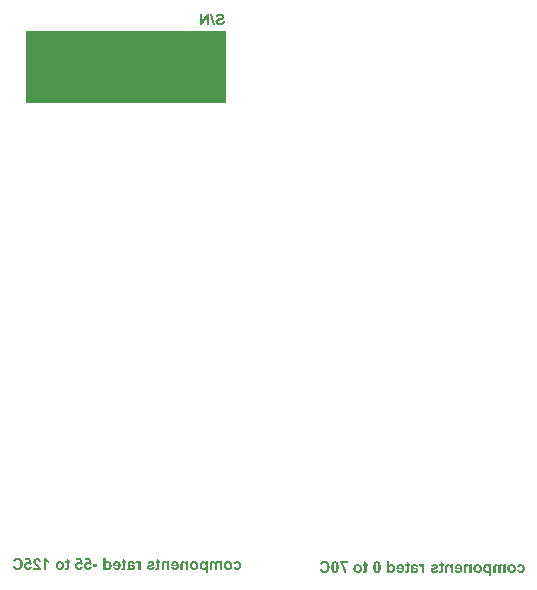
<source format=gbo>
G04 Layer_Color=32896*
%FSLAX25Y25*%
%MOIN*%
G70*
G01*
G75*
%ADD47R,0.67000X0.24000*%
G36*
X73175Y7842D02*
X73263Y7830D01*
X73347Y7808D01*
X73430Y7780D01*
X73574Y7708D01*
X73641Y7664D01*
X73702Y7625D01*
X73757Y7586D01*
X73807Y7542D01*
X73846Y7509D01*
X73879Y7475D01*
X73907Y7442D01*
X73929Y7420D01*
X73940Y7409D01*
X73946Y7403D01*
Y7786D01*
X74623D01*
Y5000D01*
X73885D01*
Y6349D01*
Y6487D01*
X73874Y6610D01*
X73868Y6704D01*
X73857Y6787D01*
X73846Y6843D01*
X73840Y6887D01*
X73829Y6915D01*
Y6920D01*
X73802Y6981D01*
X73774Y7037D01*
X73741Y7081D01*
X73707Y7120D01*
X73680Y7148D01*
X73657Y7170D01*
X73641Y7181D01*
X73635Y7187D01*
X73580Y7220D01*
X73530Y7242D01*
X73480Y7259D01*
X73430Y7270D01*
X73391Y7276D01*
X73358Y7281D01*
X73280D01*
X73236Y7270D01*
X73197Y7264D01*
X73163Y7253D01*
X73141Y7242D01*
X73124Y7231D01*
X73114Y7226D01*
X73108Y7220D01*
X73080Y7198D01*
X73052Y7170D01*
X73014Y7109D01*
X73002Y7087D01*
X72991Y7065D01*
X72986Y7048D01*
Y7042D01*
X72980Y7020D01*
X72969Y6987D01*
X72958Y6909D01*
X72953Y6826D01*
X72947Y6737D01*
X72941Y6654D01*
Y6587D01*
Y6560D01*
Y6537D01*
Y6526D01*
Y6521D01*
Y5000D01*
X72203D01*
Y6332D01*
Y6471D01*
X72192Y6587D01*
X72187Y6687D01*
X72176Y6770D01*
X72164Y6831D01*
X72159Y6876D01*
X72148Y6898D01*
Y6909D01*
X72120Y6976D01*
X72092Y7031D01*
X72059Y7076D01*
X72026Y7114D01*
X71998Y7148D01*
X71976Y7170D01*
X71959Y7181D01*
X71953Y7187D01*
X71904Y7220D01*
X71848Y7242D01*
X71798Y7259D01*
X71754Y7270D01*
X71715Y7276D01*
X71687Y7281D01*
X71659D01*
X71587Y7276D01*
X71521Y7259D01*
X71465Y7231D01*
X71421Y7203D01*
X71387Y7170D01*
X71365Y7148D01*
X71349Y7126D01*
X71343Y7120D01*
X71332Y7092D01*
X71315Y7065D01*
X71299Y6987D01*
X71282Y6898D01*
X71276Y6809D01*
X71271Y6726D01*
X71265Y6654D01*
Y6626D01*
Y6604D01*
Y6593D01*
Y6587D01*
Y5000D01*
X70527D01*
Y6776D01*
X70533Y6915D01*
X70538Y7037D01*
X70549Y7137D01*
X70566Y7214D01*
X70583Y7276D01*
X70594Y7320D01*
X70599Y7348D01*
X70605Y7353D01*
X70649Y7442D01*
X70699Y7514D01*
X70755Y7575D01*
X70805Y7631D01*
X70855Y7670D01*
X70893Y7697D01*
X70916Y7714D01*
X70927Y7720D01*
X71010Y7764D01*
X71099Y7792D01*
X71182Y7814D01*
X71265Y7830D01*
X71337Y7842D01*
X71393Y7847D01*
X71443D01*
X71532Y7842D01*
X71615Y7830D01*
X71693Y7814D01*
X71759Y7792D01*
X71815Y7769D01*
X71859Y7753D01*
X71887Y7742D01*
X71898Y7736D01*
X71976Y7692D01*
X72048Y7636D01*
X72114Y7581D01*
X72176Y7525D01*
X72225Y7475D01*
X72259Y7436D01*
X72281Y7409D01*
X72292Y7398D01*
X72342Y7475D01*
X72398Y7547D01*
X72453Y7603D01*
X72503Y7653D01*
X72547Y7692D01*
X72586Y7714D01*
X72608Y7731D01*
X72619Y7736D01*
X72697Y7775D01*
X72775Y7803D01*
X72853Y7819D01*
X72925Y7836D01*
X72986Y7842D01*
X73036Y7847D01*
X73080D01*
X73175Y7842D01*
D02*
G37*
G36*
X11081Y6787D02*
X10487Y6704D01*
X10437Y6754D01*
X10387Y6798D01*
X10337Y6837D01*
X10287Y6870D01*
X10193Y6920D01*
X10104Y6954D01*
X10027Y6970D01*
X9971Y6981D01*
X9949Y6987D01*
X9916D01*
X9827Y6981D01*
X9744Y6959D01*
X9671Y6931D01*
X9610Y6898D01*
X9566Y6859D01*
X9527Y6831D01*
X9505Y6809D01*
X9499Y6804D01*
X9444Y6732D01*
X9405Y6648D01*
X9377Y6560D01*
X9361Y6471D01*
X9344Y6393D01*
X9338Y6332D01*
Y6304D01*
Y6288D01*
Y6277D01*
Y6271D01*
X9344Y6138D01*
X9361Y6021D01*
X9388Y5927D01*
X9416Y5849D01*
X9449Y5782D01*
X9472Y5738D01*
X9494Y5716D01*
X9499Y5705D01*
X9560Y5644D01*
X9627Y5594D01*
X9694Y5561D01*
X9755Y5538D01*
X9810Y5527D01*
X9855Y5522D01*
X9882Y5516D01*
X9893D01*
X9966Y5522D01*
X10038Y5538D01*
X10099Y5561D01*
X10149Y5588D01*
X10193Y5616D01*
X10226Y5638D01*
X10249Y5655D01*
X10254Y5661D01*
X10304Y5722D01*
X10349Y5782D01*
X10382Y5849D01*
X10404Y5910D01*
X10421Y5966D01*
X10432Y6016D01*
X10437Y6043D01*
Y6055D01*
X11170Y5977D01*
X11153Y5888D01*
X11137Y5805D01*
X11081Y5655D01*
X11020Y5522D01*
X10987Y5466D01*
X10948Y5411D01*
X10915Y5366D01*
X10887Y5328D01*
X10853Y5294D01*
X10831Y5261D01*
X10809Y5239D01*
X10792Y5222D01*
X10781Y5216D01*
X10776Y5211D01*
X10709Y5161D01*
X10643Y5117D01*
X10571Y5078D01*
X10498Y5050D01*
X10349Y4994D01*
X10215Y4961D01*
X10149Y4950D01*
X10093Y4944D01*
X10038Y4939D01*
X9993Y4933D01*
X9954Y4928D01*
X9905D01*
X9782Y4933D01*
X9666Y4950D01*
X9560Y4972D01*
X9460Y5006D01*
X9366Y5044D01*
X9283Y5089D01*
X9205Y5133D01*
X9133Y5183D01*
X9072Y5228D01*
X9016Y5272D01*
X8967Y5316D01*
X8928Y5355D01*
X8900Y5389D01*
X8878Y5411D01*
X8867Y5427D01*
X8861Y5433D01*
X8811Y5505D01*
X8767Y5577D01*
X8733Y5649D01*
X8700Y5727D01*
X8650Y5871D01*
X8617Y6005D01*
X8606Y6060D01*
X8600Y6116D01*
X8589Y6165D01*
Y6210D01*
X8584Y6243D01*
Y6265D01*
Y6282D01*
Y6288D01*
X8589Y6393D01*
X8600Y6493D01*
X8617Y6587D01*
X8639Y6676D01*
X8661Y6754D01*
X8695Y6831D01*
X8722Y6904D01*
X8756Y6965D01*
X8789Y7020D01*
X8817Y7070D01*
X8850Y7114D01*
X8872Y7148D01*
X8894Y7176D01*
X8911Y7198D01*
X8922Y7209D01*
X8928Y7214D01*
X8994Y7276D01*
X9061Y7331D01*
X9133Y7381D01*
X9205Y7425D01*
X9272Y7459D01*
X9344Y7486D01*
X9472Y7531D01*
X9533Y7547D01*
X9588Y7559D01*
X9638Y7564D01*
X9677Y7570D01*
X9710Y7575D01*
X9760D01*
X9855Y7570D01*
X9949Y7553D01*
X10032Y7536D01*
X10110Y7514D01*
X10171Y7486D01*
X10221Y7470D01*
X10254Y7453D01*
X10260Y7447D01*
X10265D01*
X10149Y8102D01*
X8756D01*
Y8791D01*
X10704D01*
X11081Y6787D01*
D02*
G37*
G36*
X28092D02*
X27498Y6704D01*
X27448Y6754D01*
X27398Y6798D01*
X27348Y6837D01*
X27298Y6870D01*
X27204Y6920D01*
X27115Y6954D01*
X27037Y6970D01*
X26982Y6981D01*
X26960Y6987D01*
X26926D01*
X26838Y6981D01*
X26754Y6959D01*
X26682Y6931D01*
X26621Y6898D01*
X26577Y6859D01*
X26538Y6831D01*
X26516Y6809D01*
X26510Y6804D01*
X26455Y6732D01*
X26416Y6648D01*
X26388Y6560D01*
X26371Y6471D01*
X26355Y6393D01*
X26349Y6332D01*
Y6304D01*
Y6288D01*
Y6277D01*
Y6271D01*
X26355Y6138D01*
X26371Y6021D01*
X26399Y5927D01*
X26427Y5849D01*
X26460Y5782D01*
X26482Y5738D01*
X26505Y5716D01*
X26510Y5705D01*
X26571Y5644D01*
X26638Y5594D01*
X26704Y5561D01*
X26765Y5538D01*
X26821Y5527D01*
X26865Y5522D01*
X26893Y5516D01*
X26904D01*
X26976Y5522D01*
X27049Y5538D01*
X27110Y5561D01*
X27159Y5588D01*
X27204Y5616D01*
X27237Y5638D01*
X27259Y5655D01*
X27265Y5661D01*
X27315Y5722D01*
X27359Y5782D01*
X27393Y5849D01*
X27415Y5910D01*
X27431Y5966D01*
X27442Y6016D01*
X27448Y6043D01*
Y6055D01*
X28181Y5977D01*
X28164Y5888D01*
X28147Y5805D01*
X28092Y5655D01*
X28031Y5522D01*
X27997Y5466D01*
X27959Y5411D01*
X27925Y5366D01*
X27898Y5328D01*
X27864Y5294D01*
X27842Y5261D01*
X27820Y5239D01*
X27803Y5222D01*
X27792Y5216D01*
X27787Y5211D01*
X27720Y5161D01*
X27653Y5117D01*
X27581Y5078D01*
X27509Y5050D01*
X27359Y4994D01*
X27226Y4961D01*
X27159Y4950D01*
X27104Y4944D01*
X27049Y4939D01*
X27004Y4933D01*
X26965Y4928D01*
X26915D01*
X26793Y4933D01*
X26677Y4950D01*
X26571Y4972D01*
X26471Y5006D01*
X26377Y5044D01*
X26294Y5089D01*
X26216Y5133D01*
X26144Y5183D01*
X26083Y5228D01*
X26027Y5272D01*
X25977Y5316D01*
X25938Y5355D01*
X25911Y5389D01*
X25888Y5411D01*
X25877Y5427D01*
X25872Y5433D01*
X25822Y5505D01*
X25778Y5577D01*
X25744Y5649D01*
X25711Y5727D01*
X25661Y5871D01*
X25628Y6005D01*
X25617Y6060D01*
X25611Y6116D01*
X25600Y6165D01*
Y6210D01*
X25594Y6243D01*
Y6265D01*
Y6282D01*
Y6288D01*
X25600Y6393D01*
X25611Y6493D01*
X25628Y6587D01*
X25650Y6676D01*
X25672Y6754D01*
X25705Y6831D01*
X25733Y6904D01*
X25766Y6965D01*
X25800Y7020D01*
X25827Y7070D01*
X25861Y7114D01*
X25883Y7148D01*
X25905Y7176D01*
X25922Y7198D01*
X25933Y7209D01*
X25938Y7214D01*
X26005Y7276D01*
X26072Y7331D01*
X26144Y7381D01*
X26216Y7425D01*
X26283Y7459D01*
X26355Y7486D01*
X26482Y7531D01*
X26543Y7547D01*
X26599Y7559D01*
X26649Y7564D01*
X26688Y7570D01*
X26721Y7575D01*
X26771D01*
X26865Y7570D01*
X26960Y7553D01*
X27043Y7536D01*
X27121Y7514D01*
X27182Y7486D01*
X27232Y7470D01*
X27265Y7453D01*
X27270Y7447D01*
X27276D01*
X27159Y8102D01*
X25766D01*
Y8791D01*
X27714D01*
X28092Y6787D01*
D02*
G37*
G36*
X15926Y8735D02*
X15998Y8619D01*
X16076Y8508D01*
X16154Y8419D01*
X16220Y8347D01*
X16282Y8291D01*
X16304Y8269D01*
X16320Y8252D01*
X16331Y8247D01*
X16337Y8241D01*
X16459Y8152D01*
X16576Y8075D01*
X16681Y8014D01*
X16775Y7969D01*
X16853Y7936D01*
X16909Y7908D01*
X16931Y7903D01*
X16948Y7897D01*
X16953Y7891D01*
X16959D01*
Y7226D01*
X16759Y7303D01*
X16581Y7386D01*
X16498Y7431D01*
X16420Y7481D01*
X16348Y7525D01*
X16282Y7570D01*
X16220Y7614D01*
X16165Y7653D01*
X16120Y7686D01*
X16082Y7720D01*
X16048Y7747D01*
X16026Y7764D01*
X16015Y7775D01*
X16010Y7780D01*
Y5000D01*
X15271D01*
Y8863D01*
X15871D01*
X15926Y8735D01*
D02*
G37*
G36*
X6519Y8907D02*
X6663Y8891D01*
X6791Y8863D01*
X6919Y8829D01*
X7030Y8791D01*
X7141Y8746D01*
X7235Y8696D01*
X7324Y8646D01*
X7407Y8596D01*
X7474Y8546D01*
X7535Y8502D01*
X7585Y8463D01*
X7623Y8430D01*
X7651Y8402D01*
X7668Y8386D01*
X7673Y8380D01*
X7762Y8275D01*
X7834Y8163D01*
X7901Y8047D01*
X7956Y7925D01*
X8006Y7797D01*
X8045Y7675D01*
X8078Y7553D01*
X8106Y7436D01*
X8128Y7320D01*
X8140Y7220D01*
X8151Y7126D01*
X8162Y7048D01*
Y6981D01*
X8167Y6931D01*
Y6898D01*
Y6893D01*
Y6887D01*
X8162Y6720D01*
X8145Y6565D01*
X8123Y6415D01*
X8090Y6282D01*
X8056Y6154D01*
X8012Y6032D01*
X7967Y5927D01*
X7923Y5833D01*
X7879Y5744D01*
X7834Y5666D01*
X7790Y5605D01*
X7757Y5550D01*
X7723Y5511D01*
X7701Y5477D01*
X7684Y5461D01*
X7679Y5455D01*
X7585Y5361D01*
X7485Y5283D01*
X7379Y5211D01*
X7274Y5155D01*
X7168Y5105D01*
X7063Y5061D01*
X6963Y5028D01*
X6869Y5000D01*
X6774Y4978D01*
X6691Y4961D01*
X6613Y4950D01*
X6552Y4944D01*
X6497Y4939D01*
X6458Y4933D01*
X6425D01*
X6308Y4939D01*
X6203Y4944D01*
X6097Y4961D01*
X6003Y4983D01*
X5914Y5006D01*
X5831Y5028D01*
X5753Y5055D01*
X5681Y5089D01*
X5620Y5117D01*
X5564Y5144D01*
X5514Y5167D01*
X5476Y5189D01*
X5442Y5211D01*
X5420Y5228D01*
X5409Y5233D01*
X5404Y5239D01*
X5331Y5300D01*
X5265Y5366D01*
X5143Y5516D01*
X5043Y5672D01*
X4965Y5821D01*
X4932Y5894D01*
X4904Y5960D01*
X4882Y6021D01*
X4860Y6071D01*
X4843Y6116D01*
X4832Y6149D01*
X4826Y6171D01*
Y6177D01*
X5581Y6410D01*
X5626Y6260D01*
X5675Y6132D01*
X5725Y6027D01*
X5781Y5938D01*
X5825Y5871D01*
X5864Y5827D01*
X5892Y5799D01*
X5903Y5788D01*
X5992Y5722D01*
X6081Y5677D01*
X6169Y5644D01*
X6247Y5616D01*
X6319Y5605D01*
X6380Y5599D01*
X6402Y5594D01*
X6430D01*
X6508Y5599D01*
X6580Y5605D01*
X6713Y5644D01*
X6830Y5688D01*
X6924Y5749D01*
X7002Y5805D01*
X7057Y5849D01*
X7080Y5871D01*
X7096Y5888D01*
X7102Y5894D01*
X7107Y5899D01*
X7152Y5960D01*
X7191Y6032D01*
X7229Y6110D01*
X7257Y6193D01*
X7302Y6365D01*
X7335Y6537D01*
X7346Y6621D01*
X7351Y6693D01*
X7363Y6765D01*
Y6826D01*
X7368Y6870D01*
Y6909D01*
Y6937D01*
Y6943D01*
X7363Y7070D01*
X7357Y7187D01*
X7346Y7292D01*
X7329Y7392D01*
X7307Y7481D01*
X7285Y7564D01*
X7263Y7636D01*
X7235Y7703D01*
X7213Y7758D01*
X7191Y7808D01*
X7168Y7847D01*
X7146Y7880D01*
X7130Y7908D01*
X7118Y7925D01*
X7107Y7936D01*
Y7942D01*
X7057Y7997D01*
X7002Y8047D01*
X6946Y8086D01*
X6885Y8119D01*
X6769Y8175D01*
X6658Y8213D01*
X6563Y8236D01*
X6519Y8241D01*
X6486Y8247D01*
X6452Y8252D01*
X6414D01*
X6303Y8247D01*
X6203Y8225D01*
X6114Y8197D01*
X6036Y8163D01*
X5975Y8130D01*
X5931Y8102D01*
X5903Y8080D01*
X5892Y8075D01*
X5820Y8008D01*
X5753Y7930D01*
X5703Y7853D01*
X5664Y7775D01*
X5636Y7708D01*
X5620Y7659D01*
X5609Y7636D01*
Y7620D01*
X5603Y7614D01*
Y7609D01*
X4837Y7792D01*
X4893Y7953D01*
X4954Y8091D01*
X5020Y8213D01*
X5082Y8313D01*
X5143Y8391D01*
X5165Y8424D01*
X5187Y8452D01*
X5204Y8469D01*
X5220Y8485D01*
X5226Y8496D01*
X5231D01*
X5315Y8569D01*
X5409Y8635D01*
X5498Y8691D01*
X5592Y8735D01*
X5692Y8780D01*
X5786Y8813D01*
X5881Y8841D01*
X5970Y8863D01*
X6053Y8879D01*
X6131Y8891D01*
X6197Y8902D01*
X6258Y8907D01*
X6308Y8913D01*
X6375D01*
X6519Y8907D01*
D02*
G37*
G36*
X32893Y6027D02*
X31444D01*
Y6765D01*
X32893D01*
Y6027D01*
D02*
G37*
G36*
X44442Y7836D02*
X44531Y7830D01*
X44609Y7814D01*
X44686Y7803D01*
X44753Y7786D01*
X44814Y7764D01*
X44870Y7747D01*
X44914Y7731D01*
X44958Y7708D01*
X44992Y7692D01*
X45025Y7681D01*
X45047Y7664D01*
X45064Y7659D01*
X45069Y7647D01*
X45075D01*
X45169Y7564D01*
X45247Y7470D01*
X45314Y7370D01*
X45369Y7276D01*
X45408Y7187D01*
X45425Y7148D01*
X45436Y7114D01*
X45447Y7087D01*
X45452Y7065D01*
X45458Y7053D01*
Y7048D01*
X44797Y6926D01*
X44770Y6992D01*
X44742Y7048D01*
X44714Y7098D01*
X44681Y7137D01*
X44659Y7164D01*
X44636Y7181D01*
X44625Y7192D01*
X44620Y7198D01*
X44575Y7226D01*
X44525Y7248D01*
X44470Y7259D01*
X44420Y7270D01*
X44376Y7276D01*
X44342Y7281D01*
X44309D01*
X44209Y7276D01*
X44126Y7264D01*
X44059Y7253D01*
X44004Y7237D01*
X43965Y7214D01*
X43937Y7203D01*
X43920Y7192D01*
X43915Y7187D01*
X43876Y7148D01*
X43848Y7103D01*
X43832Y7053D01*
X43815Y7004D01*
X43809Y6954D01*
X43804Y6915D01*
Y6893D01*
Y6881D01*
Y6809D01*
X43843Y6793D01*
X43893Y6776D01*
X43998Y6743D01*
X44120Y6715D01*
X44237Y6687D01*
X44348Y6659D01*
X44398Y6648D01*
X44442Y6643D01*
X44475Y6637D01*
X44503Y6632D01*
X44520Y6626D01*
X44525D01*
X44659Y6598D01*
X44781Y6571D01*
X44881Y6543D01*
X44964Y6515D01*
X45031Y6487D01*
X45075Y6471D01*
X45103Y6460D01*
X45114Y6454D01*
X45186Y6415D01*
X45247Y6371D01*
X45302Y6321D01*
X45341Y6277D01*
X45380Y6238D01*
X45402Y6204D01*
X45419Y6182D01*
X45425Y6171D01*
X45463Y6099D01*
X45491Y6027D01*
X45508Y5960D01*
X45519Y5894D01*
X45530Y5838D01*
X45535Y5794D01*
Y5766D01*
Y5755D01*
X45530Y5688D01*
X45524Y5627D01*
X45497Y5511D01*
X45458Y5411D01*
X45413Y5328D01*
X45369Y5261D01*
X45330Y5211D01*
X45302Y5178D01*
X45291Y5172D01*
Y5167D01*
X45191Y5089D01*
X45080Y5033D01*
X44969Y4994D01*
X44858Y4967D01*
X44764Y4950D01*
X44720Y4944D01*
X44686D01*
X44653Y4939D01*
X44614D01*
X44525Y4944D01*
X44437Y4956D01*
X44359Y4967D01*
X44292Y4983D01*
X44237Y5000D01*
X44192Y5017D01*
X44165Y5022D01*
X44154Y5028D01*
X44076Y5067D01*
X43998Y5105D01*
X43931Y5155D01*
X43870Y5200D01*
X43821Y5239D01*
X43782Y5272D01*
X43760Y5294D01*
X43748Y5300D01*
X43743Y5277D01*
X43732Y5250D01*
X43726Y5228D01*
X43721Y5222D01*
Y5216D01*
X43704Y5167D01*
X43693Y5122D01*
X43682Y5083D01*
X43671Y5055D01*
X43660Y5033D01*
X43654Y5011D01*
X43648Y5006D01*
Y5000D01*
X42921D01*
X42955Y5072D01*
X42983Y5139D01*
X43005Y5200D01*
X43027Y5255D01*
X43038Y5300D01*
X43049Y5339D01*
X43055Y5361D01*
Y5366D01*
X43066Y5438D01*
X43071Y5527D01*
X43082Y5616D01*
Y5705D01*
X43088Y5782D01*
Y5849D01*
Y5877D01*
Y5894D01*
Y5905D01*
Y5910D01*
X43077Y6770D01*
Y6859D01*
X43082Y6937D01*
X43088Y7009D01*
X43093Y7076D01*
X43099Y7137D01*
X43110Y7192D01*
X43116Y7242D01*
X43127Y7281D01*
X43138Y7320D01*
X43143Y7348D01*
X43160Y7398D01*
X43171Y7420D01*
X43177Y7431D01*
X43221Y7492D01*
X43271Y7553D01*
X43327Y7603D01*
X43388Y7647D01*
X43438Y7681D01*
X43482Y7703D01*
X43510Y7720D01*
X43515Y7725D01*
X43521D01*
X43571Y7747D01*
X43621Y7764D01*
X43737Y7797D01*
X43859Y7819D01*
X43976Y7830D01*
X44087Y7842D01*
X44131D01*
X44170Y7847D01*
X44353D01*
X44442Y7836D01*
D02*
G37*
G36*
X126321Y7857D02*
X126416Y7846D01*
X126510Y7824D01*
X126593Y7802D01*
X126671Y7768D01*
X126743Y7735D01*
X126804Y7702D01*
X126865Y7663D01*
X126915Y7624D01*
X126965Y7591D01*
X127004Y7558D01*
X127032Y7524D01*
X127060Y7502D01*
X127076Y7480D01*
X127087Y7469D01*
X127093Y7463D01*
X127160Y7369D01*
X127215Y7258D01*
X127265Y7141D01*
X127309Y7019D01*
X127343Y6892D01*
X127376Y6758D01*
X127398Y6631D01*
X127420Y6503D01*
X127431Y6381D01*
X127443Y6270D01*
X127454Y6165D01*
X127459Y6076D01*
X127465Y6004D01*
Y5948D01*
Y5926D01*
Y5909D01*
Y5904D01*
Y5898D01*
X127459Y5698D01*
X127448Y5515D01*
X127431Y5343D01*
X127409Y5188D01*
X127387Y5049D01*
X127359Y4921D01*
X127326Y4810D01*
X127293Y4710D01*
X127265Y4627D01*
X127232Y4549D01*
X127204Y4488D01*
X127176Y4439D01*
X127160Y4405D01*
X127143Y4377D01*
X127132Y4361D01*
X127126Y4355D01*
X127060Y4278D01*
X126987Y4216D01*
X126915Y4155D01*
X126838Y4111D01*
X126766Y4067D01*
X126688Y4033D01*
X126616Y4006D01*
X126543Y3983D01*
X126477Y3961D01*
X126416Y3950D01*
X126360Y3939D01*
X126316Y3933D01*
X126277D01*
X126244Y3928D01*
X126222D01*
X126122Y3933D01*
X126027Y3945D01*
X125933Y3967D01*
X125850Y3989D01*
X125772Y4017D01*
X125700Y4050D01*
X125639Y4089D01*
X125578Y4128D01*
X125528Y4161D01*
X125478Y4200D01*
X125439Y4233D01*
X125406Y4261D01*
X125383Y4283D01*
X125367Y4305D01*
X125356Y4316D01*
X125350Y4322D01*
X125284Y4416D01*
X125228Y4527D01*
X125173Y4644D01*
X125134Y4772D01*
X125095Y4899D01*
X125067Y5027D01*
X125039Y5160D01*
X125017Y5288D01*
X125006Y5410D01*
X124995Y5521D01*
X124984Y5626D01*
X124978Y5715D01*
X124973Y5787D01*
Y5843D01*
Y5865D01*
Y5881D01*
Y5887D01*
Y5892D01*
X124978Y6092D01*
X124989Y6276D01*
X125006Y6442D01*
X125034Y6597D01*
X125062Y6742D01*
X125089Y6869D01*
X125128Y6986D01*
X125162Y7086D01*
X125195Y7180D01*
X125228Y7252D01*
X125261Y7319D01*
X125289Y7374D01*
X125317Y7413D01*
X125333Y7441D01*
X125345Y7458D01*
X125350Y7463D01*
X125411Y7535D01*
X125478Y7596D01*
X125550Y7646D01*
X125622Y7696D01*
X125694Y7735D01*
X125767Y7763D01*
X125833Y7791D01*
X125905Y7813D01*
X125972Y7829D01*
X126027Y7841D01*
X126083Y7852D01*
X126127Y7857D01*
X126166Y7863D01*
X126222D01*
X126321Y7857D01*
D02*
G37*
G36*
X119928Y6842D02*
X120067Y6819D01*
X120194Y6792D01*
X120305Y6758D01*
X120350Y6736D01*
X120394Y6719D01*
X120433Y6708D01*
X120461Y6692D01*
X120488Y6681D01*
X120505Y6669D01*
X120516Y6664D01*
X120522D01*
X120638Y6586D01*
X120738Y6503D01*
X120827Y6414D01*
X120899Y6331D01*
X120955Y6253D01*
X120999Y6192D01*
X121016Y6170D01*
X121021Y6153D01*
X121032Y6142D01*
Y6137D01*
X121093Y6009D01*
X121132Y5881D01*
X121166Y5765D01*
X121188Y5659D01*
X121199Y5565D01*
X121204Y5526D01*
Y5493D01*
X121210Y5471D01*
Y5449D01*
Y5437D01*
Y5432D01*
X121204Y5260D01*
X121182Y5099D01*
X121154Y4960D01*
X121138Y4899D01*
X121121Y4844D01*
X121104Y4794D01*
X121088Y4749D01*
X121071Y4710D01*
X121060Y4677D01*
X121049Y4649D01*
X121038Y4633D01*
X121032Y4622D01*
Y4616D01*
X120955Y4499D01*
X120871Y4400D01*
X120782Y4311D01*
X120699Y4239D01*
X120622Y4183D01*
X120561Y4144D01*
X120538Y4128D01*
X120522Y4117D01*
X120511Y4111D01*
X120505D01*
X120372Y4056D01*
X120244Y4011D01*
X120122Y3983D01*
X120006Y3961D01*
X119911Y3950D01*
X119872Y3945D01*
X119839D01*
X119811Y3939D01*
X119773D01*
X119656Y3945D01*
X119551Y3956D01*
X119445Y3978D01*
X119351Y4006D01*
X119256Y4033D01*
X119173Y4067D01*
X119095Y4105D01*
X119023Y4144D01*
X118962Y4183D01*
X118907Y4222D01*
X118857Y4255D01*
X118818Y4283D01*
X118784Y4311D01*
X118762Y4333D01*
X118751Y4344D01*
X118746Y4350D01*
X118674Y4433D01*
X118613Y4516D01*
X118557Y4599D01*
X118507Y4688D01*
X118468Y4777D01*
X118435Y4866D01*
X118407Y4949D01*
X118385Y5032D01*
X118368Y5104D01*
X118357Y5177D01*
X118346Y5238D01*
X118341Y5293D01*
X118335Y5338D01*
Y5371D01*
Y5393D01*
Y5399D01*
X118341Y5515D01*
X118352Y5626D01*
X118374Y5726D01*
X118396Y5826D01*
X118429Y5915D01*
X118463Y6004D01*
X118501Y6081D01*
X118535Y6153D01*
X118574Y6214D01*
X118613Y6276D01*
X118646Y6320D01*
X118679Y6364D01*
X118701Y6392D01*
X118723Y6420D01*
X118735Y6431D01*
X118740Y6436D01*
X118818Y6509D01*
X118901Y6570D01*
X118984Y6625D01*
X119073Y6675D01*
X119162Y6714D01*
X119245Y6747D01*
X119328Y6775D01*
X119412Y6797D01*
X119484Y6814D01*
X119556Y6825D01*
X119617Y6836D01*
X119673Y6842D01*
X119717Y6847D01*
X119778D01*
X119928Y6842D01*
D02*
G37*
G36*
X130262Y6459D02*
X130329Y6525D01*
X130395Y6586D01*
X130462Y6636D01*
X130534Y6686D01*
X130601Y6719D01*
X130667Y6753D01*
X130734Y6780D01*
X130795Y6797D01*
X130856Y6814D01*
X130906Y6825D01*
X130956Y6836D01*
X130995Y6842D01*
X131028Y6847D01*
X131072D01*
X131167Y6842D01*
X131255Y6831D01*
X131339Y6814D01*
X131422Y6792D01*
X131561Y6731D01*
X131627Y6697D01*
X131683Y6664D01*
X131738Y6625D01*
X131783Y6592D01*
X131822Y6564D01*
X131855Y6536D01*
X131883Y6509D01*
X131899Y6492D01*
X131910Y6481D01*
X131916Y6475D01*
X131971Y6403D01*
X132021Y6325D01*
X132066Y6242D01*
X132105Y6153D01*
X132138Y6065D01*
X132166Y5976D01*
X132204Y5798D01*
X132216Y5720D01*
X132227Y5643D01*
X132232Y5576D01*
X132238Y5515D01*
X132243Y5465D01*
Y5432D01*
Y5404D01*
Y5399D01*
X132238Y5271D01*
X132227Y5154D01*
X132210Y5043D01*
X132188Y4938D01*
X132166Y4844D01*
X132138Y4755D01*
X132105Y4677D01*
X132071Y4605D01*
X132044Y4538D01*
X132010Y4483D01*
X131982Y4433D01*
X131955Y4394D01*
X131938Y4361D01*
X131921Y4339D01*
X131910Y4327D01*
X131905Y4322D01*
X131838Y4255D01*
X131772Y4194D01*
X131699Y4144D01*
X131633Y4100D01*
X131561Y4061D01*
X131494Y4033D01*
X131427Y4006D01*
X131366Y3989D01*
X131305Y3972D01*
X131250Y3961D01*
X131205Y3950D01*
X131161Y3945D01*
X131128Y3939D01*
X131083D01*
X130995Y3945D01*
X130911Y3956D01*
X130828Y3972D01*
X130756Y3994D01*
X130700Y4017D01*
X130650Y4033D01*
X130623Y4044D01*
X130612Y4050D01*
X130528Y4100D01*
X130451Y4155D01*
X130378Y4216D01*
X130323Y4272D01*
X130273Y4322D01*
X130234Y4366D01*
X130212Y4394D01*
X130206Y4405D01*
Y4000D01*
X129524D01*
Y7841D01*
X130262D01*
Y6459D01*
D02*
G37*
G36*
X112297Y7857D02*
X112391Y7846D01*
X112485Y7824D01*
X112569Y7802D01*
X112646Y7768D01*
X112718Y7735D01*
X112779Y7702D01*
X112840Y7663D01*
X112891Y7624D01*
X112940Y7591D01*
X112979Y7558D01*
X113007Y7524D01*
X113035Y7502D01*
X113051Y7480D01*
X113063Y7469D01*
X113068Y7463D01*
X113135Y7369D01*
X113190Y7258D01*
X113240Y7141D01*
X113285Y7019D01*
X113318Y6892D01*
X113351Y6758D01*
X113373Y6631D01*
X113396Y6503D01*
X113407Y6381D01*
X113418Y6270D01*
X113429Y6165D01*
X113434Y6076D01*
X113440Y6004D01*
Y5948D01*
Y5926D01*
Y5909D01*
Y5904D01*
Y5898D01*
X113434Y5698D01*
X113423Y5515D01*
X113407Y5343D01*
X113384Y5188D01*
X113362Y5049D01*
X113334Y4921D01*
X113301Y4810D01*
X113268Y4710D01*
X113240Y4627D01*
X113207Y4549D01*
X113179Y4488D01*
X113151Y4439D01*
X113135Y4405D01*
X113118Y4377D01*
X113107Y4361D01*
X113101Y4355D01*
X113035Y4278D01*
X112963Y4216D01*
X112891Y4155D01*
X112813Y4111D01*
X112741Y4067D01*
X112663Y4033D01*
X112591Y4006D01*
X112519Y3983D01*
X112452Y3961D01*
X112391Y3950D01*
X112335Y3939D01*
X112291Y3933D01*
X112252D01*
X112219Y3928D01*
X112197D01*
X112097Y3933D01*
X112002Y3945D01*
X111908Y3967D01*
X111825Y3989D01*
X111747Y4017D01*
X111675Y4050D01*
X111614Y4089D01*
X111553Y4128D01*
X111503Y4161D01*
X111453Y4200D01*
X111414Y4233D01*
X111381Y4261D01*
X111359Y4283D01*
X111342Y4305D01*
X111331Y4316D01*
X111325Y4322D01*
X111259Y4416D01*
X111203Y4527D01*
X111148Y4644D01*
X111109Y4772D01*
X111070Y4899D01*
X111042Y5027D01*
X111015Y5160D01*
X110992Y5288D01*
X110981Y5410D01*
X110970Y5521D01*
X110959Y5626D01*
X110953Y5715D01*
X110948Y5787D01*
Y5843D01*
Y5865D01*
Y5881D01*
Y5887D01*
Y5892D01*
X110953Y6092D01*
X110965Y6276D01*
X110981Y6442D01*
X111009Y6597D01*
X111037Y6742D01*
X111065Y6869D01*
X111103Y6986D01*
X111137Y7086D01*
X111170Y7180D01*
X111203Y7252D01*
X111237Y7319D01*
X111264Y7374D01*
X111292Y7413D01*
X111309Y7441D01*
X111320Y7458D01*
X111325Y7463D01*
X111386Y7535D01*
X111453Y7596D01*
X111525Y7646D01*
X111597Y7696D01*
X111670Y7735D01*
X111742Y7763D01*
X111808Y7791D01*
X111880Y7813D01*
X111947Y7829D01*
X112002Y7841D01*
X112058Y7852D01*
X112102Y7857D01*
X112141Y7863D01*
X112197D01*
X112297Y7857D01*
D02*
G37*
G36*
X31078Y6787D02*
X30484Y6704D01*
X30434Y6754D01*
X30384Y6798D01*
X30334Y6837D01*
X30284Y6870D01*
X30190Y6920D01*
X30101Y6954D01*
X30023Y6970D01*
X29968Y6981D01*
X29945Y6987D01*
X29912D01*
X29823Y6981D01*
X29740Y6959D01*
X29668Y6931D01*
X29607Y6898D01*
X29563Y6859D01*
X29524Y6831D01*
X29502Y6809D01*
X29496Y6804D01*
X29441Y6732D01*
X29402Y6648D01*
X29374Y6560D01*
X29357Y6471D01*
X29341Y6393D01*
X29335Y6332D01*
Y6304D01*
Y6288D01*
Y6277D01*
Y6271D01*
X29341Y6138D01*
X29357Y6021D01*
X29385Y5927D01*
X29413Y5849D01*
X29446Y5782D01*
X29468Y5738D01*
X29490Y5716D01*
X29496Y5705D01*
X29557Y5644D01*
X29624Y5594D01*
X29690Y5561D01*
X29751Y5538D01*
X29807Y5527D01*
X29851Y5522D01*
X29879Y5516D01*
X29890D01*
X29962Y5522D01*
X30034Y5538D01*
X30095Y5561D01*
X30145Y5588D01*
X30190Y5616D01*
X30223Y5638D01*
X30245Y5655D01*
X30251Y5661D01*
X30301Y5722D01*
X30345Y5782D01*
X30378Y5849D01*
X30401Y5910D01*
X30417Y5966D01*
X30428Y6016D01*
X30434Y6043D01*
Y6055D01*
X31167Y5977D01*
X31150Y5888D01*
X31133Y5805D01*
X31078Y5655D01*
X31017Y5522D01*
X30983Y5466D01*
X30944Y5411D01*
X30911Y5366D01*
X30883Y5328D01*
X30850Y5294D01*
X30828Y5261D01*
X30806Y5239D01*
X30789Y5222D01*
X30778Y5216D01*
X30773Y5211D01*
X30706Y5161D01*
X30639Y5117D01*
X30567Y5078D01*
X30495Y5050D01*
X30345Y4994D01*
X30212Y4961D01*
X30145Y4950D01*
X30090Y4944D01*
X30034Y4939D01*
X29990Y4933D01*
X29951Y4928D01*
X29901D01*
X29779Y4933D01*
X29662Y4950D01*
X29557Y4972D01*
X29457Y5006D01*
X29363Y5044D01*
X29280Y5089D01*
X29202Y5133D01*
X29130Y5183D01*
X29069Y5228D01*
X29013Y5272D01*
X28963Y5316D01*
X28924Y5355D01*
X28897Y5389D01*
X28874Y5411D01*
X28863Y5427D01*
X28858Y5433D01*
X28808Y5505D01*
X28763Y5577D01*
X28730Y5649D01*
X28697Y5727D01*
X28647Y5871D01*
X28613Y6005D01*
X28602Y6060D01*
X28597Y6116D01*
X28586Y6165D01*
Y6210D01*
X28580Y6243D01*
Y6265D01*
Y6282D01*
Y6288D01*
X28586Y6393D01*
X28597Y6493D01*
X28613Y6587D01*
X28636Y6676D01*
X28658Y6754D01*
X28691Y6831D01*
X28719Y6904D01*
X28752Y6965D01*
X28786Y7020D01*
X28813Y7070D01*
X28847Y7114D01*
X28869Y7148D01*
X28891Y7176D01*
X28908Y7198D01*
X28919Y7209D01*
X28924Y7214D01*
X28991Y7276D01*
X29057Y7331D01*
X29130Y7381D01*
X29202Y7425D01*
X29269Y7459D01*
X29341Y7486D01*
X29468Y7531D01*
X29529Y7547D01*
X29585Y7559D01*
X29635Y7564D01*
X29674Y7570D01*
X29707Y7575D01*
X29757D01*
X29851Y7570D01*
X29945Y7553D01*
X30029Y7536D01*
X30106Y7514D01*
X30167Y7486D01*
X30217Y7470D01*
X30251Y7453D01*
X30256Y7447D01*
X30262D01*
X30145Y8102D01*
X28752D01*
Y8791D01*
X30700D01*
X31078Y6787D01*
D02*
G37*
G36*
X12996Y8857D02*
X13085Y8852D01*
X13257Y8824D01*
X13401Y8780D01*
X13468Y8757D01*
X13529Y8730D01*
X13584Y8707D01*
X13629Y8680D01*
X13673Y8658D01*
X13706Y8641D01*
X13734Y8619D01*
X13751Y8608D01*
X13762Y8602D01*
X13767Y8596D01*
X13828Y8541D01*
X13884Y8485D01*
X13934Y8419D01*
X13978Y8347D01*
X14045Y8202D01*
X14100Y8064D01*
X14117Y7992D01*
X14134Y7930D01*
X14150Y7875D01*
X14156Y7825D01*
X14167Y7780D01*
Y7753D01*
X14173Y7731D01*
Y7725D01*
X13440Y7653D01*
X13429Y7764D01*
X13407Y7858D01*
X13384Y7942D01*
X13357Y8003D01*
X13334Y8053D01*
X13312Y8086D01*
X13296Y8108D01*
X13290Y8113D01*
X13235Y8158D01*
X13173Y8191D01*
X13112Y8219D01*
X13051Y8236D01*
X13001Y8247D01*
X12957Y8252D01*
X12918D01*
X12835Y8247D01*
X12763Y8230D01*
X12702Y8208D01*
X12646Y8186D01*
X12607Y8163D01*
X12574Y8141D01*
X12557Y8125D01*
X12552Y8119D01*
X12507Y8064D01*
X12474Y8003D01*
X12452Y7942D01*
X12435Y7880D01*
X12424Y7825D01*
X12419Y7775D01*
Y7747D01*
Y7742D01*
Y7736D01*
X12424Y7653D01*
X12441Y7575D01*
X12469Y7497D01*
X12496Y7431D01*
X12524Y7370D01*
X12552Y7325D01*
X12569Y7298D01*
X12574Y7287D01*
X12596Y7253D01*
X12630Y7214D01*
X12674Y7164D01*
X12718Y7120D01*
X12818Y7015D01*
X12918Y6909D01*
X13018Y6809D01*
X13062Y6765D01*
X13107Y6732D01*
X13140Y6698D01*
X13162Y6676D01*
X13179Y6659D01*
X13184Y6654D01*
X13296Y6548D01*
X13395Y6449D01*
X13490Y6354D01*
X13573Y6271D01*
X13651Y6188D01*
X13717Y6110D01*
X13778Y6043D01*
X13828Y5977D01*
X13873Y5921D01*
X13912Y5871D01*
X13945Y5833D01*
X13967Y5794D01*
X13989Y5771D01*
X14000Y5749D01*
X14011Y5738D01*
Y5733D01*
X14084Y5605D01*
X14139Y5472D01*
X14184Y5350D01*
X14217Y5239D01*
X14239Y5139D01*
X14245Y5100D01*
X14250Y5067D01*
X14256Y5039D01*
X14261Y5017D01*
Y5006D01*
Y5000D01*
X11681D01*
Y5683D01*
X13146D01*
X13101Y5755D01*
X13051Y5816D01*
X13029Y5844D01*
X13013Y5866D01*
X13001Y5877D01*
X12996Y5883D01*
X12974Y5905D01*
X12951Y5932D01*
X12885Y5993D01*
X12813Y6066D01*
X12741Y6138D01*
X12668Y6204D01*
X12607Y6260D01*
X12585Y6282D01*
X12569Y6299D01*
X12557Y6304D01*
X12552Y6310D01*
X12430Y6426D01*
X12330Y6521D01*
X12247Y6610D01*
X12180Y6676D01*
X12130Y6732D01*
X12097Y6770D01*
X12075Y6798D01*
X12069Y6804D01*
X11997Y6898D01*
X11936Y6987D01*
X11886Y7070D01*
X11847Y7142D01*
X11814Y7203D01*
X11791Y7253D01*
X11780Y7281D01*
X11775Y7292D01*
X11742Y7381D01*
X11719Y7470D01*
X11703Y7553D01*
X11692Y7631D01*
X11686Y7692D01*
X11681Y7742D01*
Y7775D01*
Y7786D01*
X11686Y7869D01*
X11697Y7953D01*
X11708Y8030D01*
X11731Y8102D01*
X11786Y8230D01*
X11841Y8341D01*
X11875Y8391D01*
X11902Y8430D01*
X11930Y8469D01*
X11958Y8496D01*
X11980Y8519D01*
X11991Y8541D01*
X12002Y8546D01*
X12008Y8552D01*
X12069Y8608D01*
X12141Y8658D01*
X12208Y8696D01*
X12286Y8730D01*
X12430Y8785D01*
X12574Y8824D01*
X12641Y8835D01*
X12702Y8846D01*
X12757Y8852D01*
X12807Y8857D01*
X12846Y8863D01*
X12901D01*
X12996Y8857D01*
D02*
G37*
G36*
X162863Y6842D02*
X162957Y6825D01*
X163046Y6803D01*
X163118Y6780D01*
X163179Y6758D01*
X163229Y6736D01*
X163257Y6719D01*
X163268Y6714D01*
X163351Y6664D01*
X163418Y6609D01*
X163484Y6553D01*
X163534Y6498D01*
X163573Y6447D01*
X163606Y6409D01*
X163623Y6386D01*
X163628Y6375D01*
Y6786D01*
X164317D01*
Y2934D01*
X163579D01*
Y4344D01*
X163501Y4266D01*
X163429Y4200D01*
X163368Y4144D01*
X163307Y4105D01*
X163257Y4072D01*
X163223Y4044D01*
X163196Y4033D01*
X163190Y4028D01*
X163118Y4000D01*
X163046Y3978D01*
X162974Y3961D01*
X162907Y3950D01*
X162852Y3945D01*
X162807Y3939D01*
X162768D01*
X162680Y3945D01*
X162596Y3956D01*
X162513Y3972D01*
X162435Y4000D01*
X162297Y4061D01*
X162235Y4094D01*
X162174Y4133D01*
X162125Y4166D01*
X162080Y4200D01*
X162041Y4233D01*
X162008Y4261D01*
X161980Y4289D01*
X161964Y4305D01*
X161952Y4316D01*
X161947Y4322D01*
X161886Y4400D01*
X161836Y4483D01*
X161786Y4566D01*
X161747Y4655D01*
X161714Y4744D01*
X161686Y4832D01*
X161647Y5010D01*
X161630Y5088D01*
X161619Y5165D01*
X161614Y5232D01*
X161608Y5288D01*
X161603Y5338D01*
Y5376D01*
Y5399D01*
Y5404D01*
X161608Y5526D01*
X161619Y5648D01*
X161636Y5754D01*
X161653Y5859D01*
X161680Y5954D01*
X161708Y6042D01*
X161742Y6120D01*
X161769Y6192D01*
X161803Y6253D01*
X161836Y6309D01*
X161864Y6359D01*
X161886Y6392D01*
X161908Y6425D01*
X161925Y6447D01*
X161936Y6459D01*
X161941Y6464D01*
X162008Y6531D01*
X162074Y6592D01*
X162141Y6642D01*
X162213Y6686D01*
X162280Y6725D01*
X162352Y6753D01*
X162413Y6780D01*
X162480Y6797D01*
X162535Y6814D01*
X162591Y6825D01*
X162641Y6836D01*
X162680Y6842D01*
X162718Y6847D01*
X162763D01*
X162863Y6842D01*
D02*
G37*
G36*
X53655Y8341D02*
Y7786D01*
X53994D01*
Y7198D01*
X53655D01*
Y5982D01*
Y5910D01*
Y5849D01*
Y5788D01*
X53650Y5738D01*
Y5649D01*
X53644Y5577D01*
X53638Y5522D01*
Y5488D01*
X53633Y5466D01*
Y5461D01*
X53622Y5400D01*
X53605Y5344D01*
X53588Y5294D01*
X53572Y5255D01*
X53555Y5222D01*
X53544Y5200D01*
X53539Y5183D01*
X53533Y5178D01*
X53500Y5139D01*
X53461Y5105D01*
X53383Y5050D01*
X53350Y5033D01*
X53322Y5017D01*
X53300Y5011D01*
X53294Y5006D01*
X53233Y4983D01*
X53172Y4967D01*
X53111Y4956D01*
X53056Y4950D01*
X53006Y4944D01*
X52967Y4939D01*
X52934D01*
X52817Y4944D01*
X52706Y4956D01*
X52606Y4972D01*
X52523Y4994D01*
X52451Y5011D01*
X52395Y5028D01*
X52362Y5039D01*
X52356Y5044D01*
X52351D01*
X52417Y5616D01*
X52484Y5594D01*
X52545Y5577D01*
X52595Y5566D01*
X52640Y5561D01*
X52673Y5555D01*
X52695Y5550D01*
X52717D01*
X52767Y5555D01*
X52806Y5566D01*
X52828Y5577D01*
X52839Y5583D01*
X52873Y5616D01*
X52889Y5644D01*
X52900Y5666D01*
X52906Y5677D01*
Y5688D01*
X52912Y5710D01*
Y5760D01*
Y5827D01*
X52917Y5894D01*
Y5960D01*
Y6016D01*
Y6038D01*
Y6055D01*
Y6066D01*
Y6071D01*
Y7198D01*
X52412D01*
Y7786D01*
X52917D01*
Y8774D01*
X53655Y8341D01*
D02*
G37*
G36*
X65404Y7842D02*
X65543Y7819D01*
X65671Y7792D01*
X65782Y7758D01*
X65826Y7736D01*
X65871Y7720D01*
X65910Y7708D01*
X65937Y7692D01*
X65965Y7681D01*
X65982Y7670D01*
X65993Y7664D01*
X65998D01*
X66115Y7586D01*
X66215Y7503D01*
X66304Y7414D01*
X66376Y7331D01*
X66431Y7253D01*
X66476Y7192D01*
X66492Y7170D01*
X66498Y7153D01*
X66509Y7142D01*
Y7137D01*
X66570Y7009D01*
X66609Y6881D01*
X66642Y6765D01*
X66664Y6659D01*
X66676Y6565D01*
X66681Y6526D01*
Y6493D01*
X66686Y6471D01*
Y6449D01*
Y6437D01*
Y6432D01*
X66681Y6260D01*
X66659Y6099D01*
X66631Y5960D01*
X66614Y5899D01*
X66598Y5844D01*
X66581Y5794D01*
X66564Y5749D01*
X66548Y5710D01*
X66537Y5677D01*
X66526Y5649D01*
X66514Y5633D01*
X66509Y5622D01*
Y5616D01*
X66431Y5500D01*
X66348Y5400D01*
X66259Y5311D01*
X66176Y5239D01*
X66098Y5183D01*
X66037Y5144D01*
X66015Y5128D01*
X65998Y5117D01*
X65987Y5111D01*
X65982D01*
X65848Y5055D01*
X65721Y5011D01*
X65599Y4983D01*
X65482Y4961D01*
X65388Y4950D01*
X65349Y4944D01*
X65316D01*
X65288Y4939D01*
X65249D01*
X65133Y4944D01*
X65027Y4956D01*
X64922Y4978D01*
X64827Y5006D01*
X64733Y5033D01*
X64650Y5067D01*
X64572Y5105D01*
X64500Y5144D01*
X64439Y5183D01*
X64383Y5222D01*
X64333Y5255D01*
X64294Y5283D01*
X64261Y5311D01*
X64239Y5333D01*
X64228Y5344D01*
X64222Y5350D01*
X64150Y5433D01*
X64089Y5516D01*
X64034Y5599D01*
X63984Y5688D01*
X63945Y5777D01*
X63911Y5866D01*
X63884Y5949D01*
X63862Y6032D01*
X63845Y6104D01*
X63834Y6177D01*
X63823Y6238D01*
X63817Y6293D01*
X63812Y6338D01*
Y6371D01*
Y6393D01*
Y6399D01*
X63817Y6515D01*
X63828Y6626D01*
X63850Y6726D01*
X63873Y6826D01*
X63906Y6915D01*
X63939Y7004D01*
X63978Y7081D01*
X64012Y7153D01*
X64050Y7214D01*
X64089Y7276D01*
X64122Y7320D01*
X64156Y7364D01*
X64178Y7392D01*
X64200Y7420D01*
X64211Y7431D01*
X64217Y7436D01*
X64294Y7509D01*
X64378Y7570D01*
X64461Y7625D01*
X64550Y7675D01*
X64639Y7714D01*
X64722Y7747D01*
X64805Y7775D01*
X64888Y7797D01*
X64960Y7814D01*
X65033Y7825D01*
X65094Y7836D01*
X65149Y7842D01*
X65194Y7847D01*
X65255D01*
X65404Y7842D01*
D02*
G37*
G36*
X76738D02*
X76876Y7819D01*
X77004Y7792D01*
X77115Y7758D01*
X77159Y7736D01*
X77204Y7720D01*
X77243Y7708D01*
X77270Y7692D01*
X77298Y7681D01*
X77315Y7670D01*
X77326Y7664D01*
X77331D01*
X77448Y7586D01*
X77548Y7503D01*
X77637Y7414D01*
X77709Y7331D01*
X77764Y7253D01*
X77809Y7192D01*
X77825Y7170D01*
X77831Y7153D01*
X77842Y7142D01*
Y7137D01*
X77903Y7009D01*
X77942Y6881D01*
X77975Y6765D01*
X77997Y6659D01*
X78009Y6565D01*
X78014Y6526D01*
Y6493D01*
X78020Y6471D01*
Y6449D01*
Y6437D01*
Y6432D01*
X78014Y6260D01*
X77992Y6099D01*
X77964Y5960D01*
X77947Y5899D01*
X77931Y5844D01*
X77914Y5794D01*
X77898Y5749D01*
X77881Y5710D01*
X77870Y5677D01*
X77859Y5649D01*
X77848Y5633D01*
X77842Y5622D01*
Y5616D01*
X77764Y5500D01*
X77681Y5400D01*
X77592Y5311D01*
X77509Y5239D01*
X77431Y5183D01*
X77370Y5144D01*
X77348Y5128D01*
X77331Y5117D01*
X77320Y5111D01*
X77315D01*
X77182Y5055D01*
X77054Y5011D01*
X76932Y4983D01*
X76815Y4961D01*
X76721Y4950D01*
X76682Y4944D01*
X76649D01*
X76621Y4939D01*
X76582D01*
X76466Y4944D01*
X76360Y4956D01*
X76255Y4978D01*
X76160Y5006D01*
X76066Y5033D01*
X75983Y5067D01*
X75905Y5105D01*
X75833Y5144D01*
X75772Y5183D01*
X75716Y5222D01*
X75666Y5255D01*
X75628Y5283D01*
X75594Y5311D01*
X75572Y5333D01*
X75561Y5344D01*
X75555Y5350D01*
X75483Y5433D01*
X75422Y5516D01*
X75367Y5599D01*
X75317Y5688D01*
X75278Y5777D01*
X75245Y5866D01*
X75217Y5949D01*
X75195Y6032D01*
X75178Y6104D01*
X75167Y6177D01*
X75156Y6238D01*
X75150Y6293D01*
X75145Y6338D01*
Y6371D01*
Y6393D01*
Y6399D01*
X75150Y6515D01*
X75161Y6626D01*
X75184Y6726D01*
X75206Y6826D01*
X75239Y6915D01*
X75272Y7004D01*
X75311Y7081D01*
X75345Y7153D01*
X75383Y7214D01*
X75422Y7276D01*
X75456Y7320D01*
X75489Y7364D01*
X75511Y7392D01*
X75533Y7420D01*
X75544Y7431D01*
X75550Y7436D01*
X75628Y7509D01*
X75711Y7570D01*
X75794Y7625D01*
X75883Y7675D01*
X75972Y7714D01*
X76055Y7747D01*
X76138Y7775D01*
X76222Y7797D01*
X76294Y7814D01*
X76366Y7825D01*
X76427Y7836D01*
X76482Y7842D01*
X76527Y7847D01*
X76588D01*
X76738Y7842D01*
D02*
G37*
G36*
X46213D02*
X46268Y7836D01*
X46324Y7819D01*
X46368Y7803D01*
X46407Y7786D01*
X46440Y7775D01*
X46457Y7764D01*
X46462Y7758D01*
X46518Y7720D01*
X46568Y7664D01*
X46623Y7603D01*
X46668Y7542D01*
X46712Y7481D01*
X46745Y7431D01*
X46768Y7398D01*
X46773Y7392D01*
Y7786D01*
X47456D01*
Y5000D01*
X46718D01*
Y5855D01*
Y5982D01*
Y6099D01*
X46712Y6204D01*
X46707Y6299D01*
Y6387D01*
X46701Y6460D01*
X46695Y6532D01*
X46690Y6587D01*
X46684Y6637D01*
X46679Y6682D01*
X46673Y6715D01*
Y6743D01*
X46668Y6759D01*
X46662Y6776D01*
Y6787D01*
X46640Y6865D01*
X46612Y6931D01*
X46584Y6987D01*
X46557Y7026D01*
X46534Y7059D01*
X46512Y7081D01*
X46501Y7092D01*
X46496Y7098D01*
X46451Y7126D01*
X46407Y7148D01*
X46363Y7164D01*
X46324Y7176D01*
X46290Y7181D01*
X46257Y7187D01*
X46235D01*
X46174Y7181D01*
X46113Y7170D01*
X46057Y7148D01*
X46002Y7126D01*
X45957Y7103D01*
X45924Y7081D01*
X45896Y7070D01*
X45891Y7065D01*
X45658Y7703D01*
X45746Y7753D01*
X45830Y7786D01*
X45913Y7814D01*
X45991Y7830D01*
X46052Y7842D01*
X46102Y7847D01*
X46146D01*
X46213Y7842D01*
D02*
G37*
G36*
X51102Y7836D02*
X51196Y7825D01*
X51285Y7808D01*
X51363Y7792D01*
X51435Y7769D01*
X51502Y7747D01*
X51563Y7725D01*
X51613Y7697D01*
X51657Y7675D01*
X51696Y7653D01*
X51724Y7636D01*
X51752Y7620D01*
X51768Y7609D01*
X51774Y7603D01*
X51779Y7597D01*
X51829Y7553D01*
X51874Y7503D01*
X51912Y7453D01*
X51940Y7398D01*
X51996Y7298D01*
X52029Y7203D01*
X52046Y7120D01*
X52051Y7081D01*
X52057Y7053D01*
X52062Y7026D01*
Y7009D01*
Y6998D01*
Y6992D01*
X52057Y6920D01*
X52046Y6854D01*
X52035Y6787D01*
X52012Y6726D01*
X51957Y6621D01*
X51896Y6532D01*
X51840Y6460D01*
X51785Y6410D01*
X51763Y6387D01*
X51752Y6376D01*
X51740Y6371D01*
X51735Y6365D01*
X51685Y6338D01*
X51618Y6304D01*
X51541Y6271D01*
X51457Y6243D01*
X51369Y6210D01*
X51274Y6182D01*
X51080Y6127D01*
X50986Y6099D01*
X50897Y6077D01*
X50819Y6055D01*
X50747Y6038D01*
X50686Y6027D01*
X50642Y6016D01*
X50614Y6005D01*
X50603D01*
X50536Y5988D01*
X50486Y5971D01*
X50442Y5955D01*
X50408Y5943D01*
X50386Y5927D01*
X50370Y5921D01*
X50358Y5910D01*
X50325Y5866D01*
X50309Y5821D01*
X50303Y5788D01*
Y5777D01*
Y5771D01*
X50309Y5727D01*
X50320Y5688D01*
X50336Y5655D01*
X50353Y5627D01*
X50370Y5605D01*
X50386Y5588D01*
X50397Y5577D01*
X50403Y5572D01*
X50464Y5538D01*
X50530Y5516D01*
X50603Y5494D01*
X50669Y5483D01*
X50730Y5477D01*
X50786Y5472D01*
X50830D01*
X50924Y5477D01*
X51002Y5488D01*
X51074Y5505D01*
X51130Y5527D01*
X51174Y5544D01*
X51208Y5561D01*
X51230Y5572D01*
X51235Y5577D01*
X51285Y5622D01*
X51324Y5677D01*
X51357Y5727D01*
X51385Y5782D01*
X51402Y5833D01*
X51413Y5871D01*
X51424Y5894D01*
Y5905D01*
X52162Y5794D01*
X52112Y5655D01*
X52051Y5527D01*
X51985Y5422D01*
X51912Y5333D01*
X51846Y5261D01*
X51785Y5211D01*
X51768Y5189D01*
X51752Y5178D01*
X51740Y5172D01*
X51735Y5167D01*
X51668Y5128D01*
X51602Y5089D01*
X51452Y5033D01*
X51302Y4994D01*
X51158Y4967D01*
X51091Y4956D01*
X51030Y4950D01*
X50975Y4944D01*
X50924D01*
X50886Y4939D01*
X50830D01*
X50719Y4944D01*
X50614Y4950D01*
X50514Y4967D01*
X50419Y4983D01*
X50336Y5000D01*
X50259Y5028D01*
X50186Y5050D01*
X50125Y5078D01*
X50070Y5100D01*
X50020Y5128D01*
X49981Y5150D01*
X49948Y5167D01*
X49920Y5189D01*
X49903Y5200D01*
X49892Y5205D01*
X49887Y5211D01*
X49831Y5266D01*
X49781Y5322D01*
X49737Y5377D01*
X49698Y5433D01*
X49670Y5488D01*
X49643Y5544D01*
X49604Y5644D01*
X49582Y5738D01*
X49576Y5777D01*
X49570Y5805D01*
X49565Y5833D01*
Y5855D01*
Y5866D01*
Y5871D01*
X49576Y5993D01*
X49604Y6104D01*
X49637Y6199D01*
X49681Y6277D01*
X49726Y6338D01*
X49759Y6382D01*
X49787Y6404D01*
X49798Y6415D01*
X49848Y6449D01*
X49898Y6487D01*
X49959Y6515D01*
X50025Y6548D01*
X50159Y6604D01*
X50297Y6654D01*
X50419Y6693D01*
X50475Y6704D01*
X50525Y6720D01*
X50564Y6732D01*
X50592Y6737D01*
X50614Y6743D01*
X50619D01*
X50725Y6770D01*
X50819Y6793D01*
X50902Y6815D01*
X50975Y6837D01*
X51041Y6854D01*
X51097Y6870D01*
X51141Y6887D01*
X51185Y6898D01*
X51219Y6915D01*
X51247Y6926D01*
X51269Y6931D01*
X51280Y6943D01*
X51302Y6948D01*
X51307Y6954D01*
X51330Y6976D01*
X51346Y6998D01*
X51369Y7042D01*
X51380Y7076D01*
Y7081D01*
Y7087D01*
X51374Y7120D01*
X51369Y7148D01*
X51335Y7198D01*
X51307Y7226D01*
X51302Y7237D01*
X51296D01*
X51241Y7264D01*
X51180Y7287D01*
X51113Y7298D01*
X51041Y7309D01*
X50980Y7314D01*
X50930Y7320D01*
X50880D01*
X50797Y7314D01*
X50725Y7309D01*
X50664Y7292D01*
X50614Y7276D01*
X50575Y7259D01*
X50547Y7248D01*
X50530Y7237D01*
X50525Y7231D01*
X50481Y7198D01*
X50447Y7159D01*
X50414Y7120D01*
X50392Y7076D01*
X50375Y7042D01*
X50364Y7015D01*
X50353Y6992D01*
Y6987D01*
X49659Y7114D01*
X49704Y7242D01*
X49765Y7353D01*
X49826Y7447D01*
X49892Y7520D01*
X49948Y7581D01*
X49998Y7625D01*
X50031Y7647D01*
X50037Y7659D01*
X50042D01*
X50098Y7692D01*
X50159Y7720D01*
X50292Y7769D01*
X50431Y7803D01*
X50569Y7825D01*
X50636Y7830D01*
X50697Y7836D01*
X50753Y7842D01*
X50797Y7847D01*
X51002D01*
X51102Y7836D01*
D02*
G37*
G36*
X68363Y7842D02*
X68457Y7825D01*
X68546Y7803D01*
X68618Y7780D01*
X68679Y7758D01*
X68729Y7736D01*
X68757Y7720D01*
X68768Y7714D01*
X68851Y7664D01*
X68918Y7609D01*
X68984Y7553D01*
X69034Y7497D01*
X69073Y7447D01*
X69106Y7409D01*
X69123Y7386D01*
X69129Y7375D01*
Y7786D01*
X69817D01*
Y3934D01*
X69079D01*
Y5344D01*
X69001Y5266D01*
X68929Y5200D01*
X68868Y5144D01*
X68807Y5105D01*
X68757Y5072D01*
X68723Y5044D01*
X68696Y5033D01*
X68690Y5028D01*
X68618Y5000D01*
X68546Y4978D01*
X68474Y4961D01*
X68407Y4950D01*
X68352Y4944D01*
X68307Y4939D01*
X68268D01*
X68180Y4944D01*
X68096Y4956D01*
X68013Y4972D01*
X67935Y5000D01*
X67797Y5061D01*
X67735Y5094D01*
X67674Y5133D01*
X67624Y5167D01*
X67580Y5200D01*
X67541Y5233D01*
X67508Y5261D01*
X67480Y5289D01*
X67463Y5305D01*
X67452Y5316D01*
X67447Y5322D01*
X67386Y5400D01*
X67336Y5483D01*
X67286Y5566D01*
X67247Y5655D01*
X67214Y5744D01*
X67186Y5833D01*
X67147Y6010D01*
X67131Y6088D01*
X67119Y6165D01*
X67114Y6232D01*
X67108Y6288D01*
X67103Y6338D01*
Y6376D01*
Y6399D01*
Y6404D01*
X67108Y6526D01*
X67119Y6648D01*
X67136Y6754D01*
X67153Y6859D01*
X67181Y6954D01*
X67208Y7042D01*
X67242Y7120D01*
X67269Y7192D01*
X67303Y7253D01*
X67336Y7309D01*
X67364Y7359D01*
X67386Y7392D01*
X67408Y7425D01*
X67425Y7447D01*
X67436Y7459D01*
X67441Y7464D01*
X67508Y7531D01*
X67575Y7592D01*
X67641Y7642D01*
X67713Y7686D01*
X67780Y7725D01*
X67852Y7753D01*
X67913Y7780D01*
X67980Y7797D01*
X68035Y7814D01*
X68091Y7825D01*
X68141Y7836D01*
X68180Y7842D01*
X68218Y7847D01*
X68263D01*
X68363Y7842D01*
D02*
G37*
G36*
X20655D02*
X20794Y7819D01*
X20921Y7792D01*
X21032Y7758D01*
X21077Y7736D01*
X21121Y7720D01*
X21160Y7708D01*
X21188Y7692D01*
X21215Y7681D01*
X21232Y7670D01*
X21243Y7664D01*
X21249D01*
X21365Y7586D01*
X21465Y7503D01*
X21554Y7414D01*
X21626Y7331D01*
X21682Y7253D01*
X21726Y7192D01*
X21743Y7170D01*
X21748Y7153D01*
X21759Y7142D01*
Y7137D01*
X21820Y7009D01*
X21859Y6881D01*
X21892Y6765D01*
X21915Y6659D01*
X21926Y6565D01*
X21931Y6526D01*
Y6493D01*
X21937Y6471D01*
Y6449D01*
Y6437D01*
Y6432D01*
X21931Y6260D01*
X21909Y6099D01*
X21881Y5960D01*
X21865Y5899D01*
X21848Y5844D01*
X21832Y5794D01*
X21815Y5749D01*
X21798Y5710D01*
X21787Y5677D01*
X21776Y5649D01*
X21765Y5633D01*
X21759Y5622D01*
Y5616D01*
X21682Y5500D01*
X21598Y5400D01*
X21509Y5311D01*
X21426Y5239D01*
X21349Y5183D01*
X21287Y5144D01*
X21265Y5128D01*
X21249Y5117D01*
X21238Y5111D01*
X21232D01*
X21099Y5055D01*
X20971Y5011D01*
X20849Y4983D01*
X20733Y4961D01*
X20638Y4950D01*
X20599Y4944D01*
X20566D01*
X20538Y4939D01*
X20499D01*
X20383Y4944D01*
X20277Y4956D01*
X20172Y4978D01*
X20078Y5006D01*
X19983Y5033D01*
X19900Y5067D01*
X19822Y5105D01*
X19750Y5144D01*
X19689Y5183D01*
X19634Y5222D01*
X19584Y5255D01*
X19545Y5283D01*
X19512Y5311D01*
X19489Y5333D01*
X19478Y5344D01*
X19473Y5350D01*
X19401Y5433D01*
X19340Y5516D01*
X19284Y5599D01*
X19234Y5688D01*
X19195Y5777D01*
X19162Y5866D01*
X19134Y5949D01*
X19112Y6032D01*
X19095Y6104D01*
X19084Y6177D01*
X19073Y6238D01*
X19068Y6293D01*
X19062Y6338D01*
Y6371D01*
Y6393D01*
Y6399D01*
X19068Y6515D01*
X19079Y6626D01*
X19101Y6726D01*
X19123Y6826D01*
X19156Y6915D01*
X19190Y7004D01*
X19229Y7081D01*
X19262Y7153D01*
X19301Y7214D01*
X19340Y7276D01*
X19373Y7320D01*
X19406Y7364D01*
X19428Y7392D01*
X19451Y7420D01*
X19462Y7431D01*
X19467Y7436D01*
X19545Y7509D01*
X19628Y7570D01*
X19711Y7625D01*
X19800Y7675D01*
X19889Y7714D01*
X19972Y7747D01*
X20055Y7775D01*
X20139Y7797D01*
X20211Y7814D01*
X20283Y7825D01*
X20344Y7836D01*
X20400Y7842D01*
X20444Y7847D01*
X20505D01*
X20655Y7842D01*
D02*
G37*
G36*
X35762Y7459D02*
X35829Y7525D01*
X35895Y7586D01*
X35962Y7636D01*
X36034Y7686D01*
X36101Y7720D01*
X36167Y7753D01*
X36234Y7780D01*
X36295Y7797D01*
X36356Y7814D01*
X36406Y7825D01*
X36456Y7836D01*
X36494Y7842D01*
X36528Y7847D01*
X36572D01*
X36667Y7842D01*
X36755Y7830D01*
X36839Y7814D01*
X36922Y7792D01*
X37061Y7731D01*
X37127Y7697D01*
X37183Y7664D01*
X37238Y7625D01*
X37283Y7592D01*
X37321Y7564D01*
X37355Y7536D01*
X37383Y7509D01*
X37399Y7492D01*
X37410Y7481D01*
X37416Y7475D01*
X37471Y7403D01*
X37521Y7325D01*
X37566Y7242D01*
X37605Y7153D01*
X37638Y7065D01*
X37666Y6976D01*
X37705Y6798D01*
X37716Y6720D01*
X37727Y6643D01*
X37732Y6576D01*
X37738Y6515D01*
X37743Y6465D01*
Y6432D01*
Y6404D01*
Y6399D01*
X37738Y6271D01*
X37727Y6154D01*
X37710Y6043D01*
X37688Y5938D01*
X37666Y5844D01*
X37638Y5755D01*
X37605Y5677D01*
X37571Y5605D01*
X37543Y5538D01*
X37510Y5483D01*
X37483Y5433D01*
X37455Y5394D01*
X37438Y5361D01*
X37421Y5339D01*
X37410Y5328D01*
X37405Y5322D01*
X37338Y5255D01*
X37272Y5194D01*
X37199Y5144D01*
X37133Y5100D01*
X37061Y5061D01*
X36994Y5033D01*
X36927Y5006D01*
X36866Y4989D01*
X36805Y4972D01*
X36750Y4961D01*
X36705Y4950D01*
X36661Y4944D01*
X36628Y4939D01*
X36583D01*
X36494Y4944D01*
X36411Y4956D01*
X36328Y4972D01*
X36256Y4994D01*
X36200Y5017D01*
X36151Y5033D01*
X36123Y5044D01*
X36112Y5050D01*
X36028Y5100D01*
X35951Y5155D01*
X35879Y5216D01*
X35823Y5272D01*
X35773Y5322D01*
X35734Y5366D01*
X35712Y5394D01*
X35706Y5405D01*
Y5000D01*
X35024D01*
Y8841D01*
X35762D01*
Y7459D01*
D02*
G37*
G36*
X79768Y7842D02*
X79873Y7830D01*
X79979Y7814D01*
X80068Y7786D01*
X80156Y7758D01*
X80240Y7725D01*
X80312Y7692D01*
X80378Y7653D01*
X80439Y7620D01*
X80489Y7581D01*
X80534Y7547D01*
X80573Y7520D01*
X80600Y7492D01*
X80623Y7475D01*
X80634Y7464D01*
X80639Y7459D01*
X80700Y7381D01*
X80756Y7303D01*
X80806Y7220D01*
X80850Y7131D01*
X80884Y7042D01*
X80911Y6954D01*
X80956Y6782D01*
X80972Y6698D01*
X80983Y6626D01*
X80989Y6560D01*
X80994Y6498D01*
X81000Y6454D01*
Y6415D01*
Y6393D01*
Y6387D01*
X80994Y6265D01*
X80983Y6143D01*
X80967Y6038D01*
X80945Y5932D01*
X80917Y5838D01*
X80884Y5749D01*
X80856Y5672D01*
X80817Y5599D01*
X80784Y5533D01*
X80756Y5477D01*
X80722Y5433D01*
X80695Y5394D01*
X80673Y5361D01*
X80656Y5339D01*
X80645Y5328D01*
X80639Y5322D01*
X80567Y5255D01*
X80495Y5194D01*
X80417Y5144D01*
X80334Y5100D01*
X80256Y5061D01*
X80173Y5033D01*
X80095Y5006D01*
X80018Y4989D01*
X79945Y4972D01*
X79879Y4961D01*
X79818Y4950D01*
X79768Y4944D01*
X79729Y4939D01*
X79668D01*
X79568Y4944D01*
X79479Y4950D01*
X79391Y4961D01*
X79307Y4978D01*
X79229Y4994D01*
X79163Y5017D01*
X79096Y5039D01*
X79041Y5067D01*
X78985Y5089D01*
X78941Y5111D01*
X78902Y5133D01*
X78869Y5150D01*
X78847Y5167D01*
X78830Y5178D01*
X78819Y5189D01*
X78813D01*
X78758Y5239D01*
X78702Y5294D01*
X78608Y5416D01*
X78530Y5538D01*
X78475Y5661D01*
X78430Y5771D01*
X78414Y5821D01*
X78397Y5860D01*
X78386Y5894D01*
X78380Y5921D01*
X78375Y5938D01*
Y5943D01*
X79096Y6066D01*
X79119Y5966D01*
X79152Y5877D01*
X79180Y5805D01*
X79213Y5749D01*
X79246Y5705D01*
X79268Y5677D01*
X79285Y5661D01*
X79291Y5655D01*
X79346Y5616D01*
X79402Y5588D01*
X79457Y5566D01*
X79513Y5555D01*
X79562Y5544D01*
X79601Y5538D01*
X79635D01*
X79735Y5550D01*
X79823Y5572D01*
X79896Y5599D01*
X79962Y5638D01*
X80012Y5677D01*
X80045Y5705D01*
X80073Y5727D01*
X80079Y5738D01*
X80106Y5782D01*
X80134Y5827D01*
X80173Y5932D01*
X80206Y6049D01*
X80223Y6165D01*
X80234Y6277D01*
X80240Y6321D01*
Y6360D01*
X80245Y6393D01*
Y6421D01*
Y6437D01*
Y6443D01*
Y6521D01*
X80240Y6598D01*
X80229Y6665D01*
X80217Y6732D01*
X80206Y6787D01*
X80195Y6837D01*
X80162Y6926D01*
X80134Y6992D01*
X80106Y7037D01*
X80090Y7065D01*
X80084Y7076D01*
X80018Y7142D01*
X79945Y7187D01*
X79873Y7220D01*
X79807Y7248D01*
X79740Y7259D01*
X79690Y7264D01*
X79657Y7270D01*
X79646D01*
X79574Y7264D01*
X79507Y7253D01*
X79452Y7237D01*
X79402Y7214D01*
X79363Y7192D01*
X79335Y7176D01*
X79318Y7164D01*
X79313Y7159D01*
X79268Y7114D01*
X79229Y7065D01*
X79202Y7009D01*
X79174Y6959D01*
X79157Y6909D01*
X79146Y6870D01*
X79141Y6848D01*
Y6837D01*
X78414Y6970D01*
X78469Y7126D01*
X78536Y7259D01*
X78608Y7370D01*
X78680Y7464D01*
X78747Y7536D01*
X78797Y7586D01*
X78819Y7603D01*
X78835Y7614D01*
X78841Y7625D01*
X78847D01*
X78969Y7697D01*
X79102Y7753D01*
X79235Y7792D01*
X79363Y7819D01*
X79424Y7830D01*
X79479Y7836D01*
X79529Y7842D01*
X79574D01*
X79607Y7847D01*
X79657D01*
X79768Y7842D01*
D02*
G37*
G36*
X23519Y8341D02*
Y7786D01*
X23857D01*
Y7198D01*
X23519D01*
Y5982D01*
Y5910D01*
Y5849D01*
Y5788D01*
X23513Y5738D01*
Y5649D01*
X23508Y5577D01*
X23502Y5522D01*
Y5488D01*
X23496Y5466D01*
Y5461D01*
X23485Y5400D01*
X23469Y5344D01*
X23452Y5294D01*
X23435Y5255D01*
X23419Y5222D01*
X23408Y5200D01*
X23402Y5183D01*
X23396Y5178D01*
X23363Y5139D01*
X23324Y5105D01*
X23247Y5050D01*
X23213Y5033D01*
X23186Y5017D01*
X23164Y5011D01*
X23158Y5006D01*
X23097Y4983D01*
X23036Y4967D01*
X22975Y4956D01*
X22919Y4950D01*
X22869Y4944D01*
X22830Y4939D01*
X22797D01*
X22681Y4944D01*
X22570Y4956D01*
X22470Y4972D01*
X22386Y4994D01*
X22314Y5011D01*
X22259Y5028D01*
X22226Y5039D01*
X22220Y5044D01*
X22214D01*
X22281Y5616D01*
X22348Y5594D01*
X22409Y5577D01*
X22459Y5566D01*
X22503Y5561D01*
X22536Y5555D01*
X22558Y5550D01*
X22581D01*
X22631Y5555D01*
X22670Y5566D01*
X22692Y5577D01*
X22703Y5583D01*
X22736Y5616D01*
X22753Y5644D01*
X22764Y5666D01*
X22769Y5677D01*
Y5688D01*
X22775Y5710D01*
Y5760D01*
Y5827D01*
X22781Y5894D01*
Y5960D01*
Y6016D01*
Y6038D01*
Y6055D01*
Y6066D01*
Y6071D01*
Y7198D01*
X22275D01*
Y7786D01*
X22781D01*
Y8774D01*
X23519Y8341D01*
D02*
G37*
G36*
X42316D02*
Y7786D01*
X42655D01*
Y7198D01*
X42316D01*
Y5982D01*
Y5910D01*
Y5849D01*
Y5788D01*
X42311Y5738D01*
Y5649D01*
X42305Y5577D01*
X42300Y5522D01*
Y5488D01*
X42294Y5466D01*
Y5461D01*
X42283Y5400D01*
X42267Y5344D01*
X42250Y5294D01*
X42233Y5255D01*
X42217Y5222D01*
X42206Y5200D01*
X42200Y5183D01*
X42194Y5178D01*
X42161Y5139D01*
X42122Y5105D01*
X42044Y5050D01*
X42011Y5033D01*
X41984Y5017D01*
X41961Y5011D01*
X41956Y5006D01*
X41895Y4983D01*
X41834Y4967D01*
X41773Y4956D01*
X41717Y4950D01*
X41667Y4944D01*
X41628Y4939D01*
X41595D01*
X41478Y4944D01*
X41368Y4956D01*
X41267Y4972D01*
X41184Y4994D01*
X41112Y5011D01*
X41057Y5028D01*
X41023Y5039D01*
X41018Y5044D01*
X41012D01*
X41079Y5616D01*
X41145Y5594D01*
X41206Y5577D01*
X41256Y5566D01*
X41301Y5561D01*
X41334Y5555D01*
X41356Y5550D01*
X41379D01*
X41429Y5555D01*
X41467Y5566D01*
X41490Y5577D01*
X41501Y5583D01*
X41534Y5616D01*
X41551Y5644D01*
X41562Y5666D01*
X41567Y5677D01*
Y5688D01*
X41573Y5710D01*
Y5760D01*
Y5827D01*
X41578Y5894D01*
Y5960D01*
Y6016D01*
Y6038D01*
Y6055D01*
Y6066D01*
Y6071D01*
Y7198D01*
X41073D01*
Y7786D01*
X41578D01*
Y8774D01*
X42316Y8341D01*
D02*
G37*
G36*
X59000Y7842D02*
X59094Y7830D01*
X59188Y7808D01*
X59272Y7786D01*
X59355Y7758D01*
X59427Y7725D01*
X59499Y7686D01*
X59560Y7653D01*
X59616Y7614D01*
X59666Y7575D01*
X59710Y7542D01*
X59743Y7514D01*
X59771Y7492D01*
X59793Y7470D01*
X59804Y7459D01*
X59810Y7453D01*
X59871Y7375D01*
X59927Y7292D01*
X59977Y7209D01*
X60021Y7120D01*
X60054Y7026D01*
X60082Y6937D01*
X60126Y6765D01*
X60143Y6682D01*
X60154Y6610D01*
X60160Y6543D01*
X60165Y6487D01*
X60171Y6437D01*
Y6399D01*
Y6376D01*
Y6371D01*
X60165Y6265D01*
X60160Y6160D01*
X60143Y6066D01*
X60126Y5977D01*
X60110Y5888D01*
X60082Y5810D01*
X60060Y5738D01*
X60032Y5672D01*
X60010Y5610D01*
X59982Y5561D01*
X59960Y5516D01*
X59943Y5477D01*
X59921Y5449D01*
X59910Y5427D01*
X59904Y5416D01*
X59899Y5411D01*
X59827Y5328D01*
X59755Y5255D01*
X59671Y5194D01*
X59583Y5139D01*
X59494Y5094D01*
X59405Y5055D01*
X59316Y5022D01*
X59227Y5000D01*
X59150Y4978D01*
X59072Y4967D01*
X59000Y4956D01*
X58939Y4944D01*
X58889D01*
X58855Y4939D01*
X58822D01*
X58661Y4950D01*
X58511Y4972D01*
X58384Y5006D01*
X58273Y5044D01*
X58223Y5067D01*
X58184Y5083D01*
X58145Y5100D01*
X58117Y5117D01*
X58095Y5133D01*
X58073Y5139D01*
X58067Y5150D01*
X58062D01*
X57956Y5239D01*
X57862Y5333D01*
X57784Y5438D01*
X57723Y5538D01*
X57673Y5627D01*
X57657Y5666D01*
X57640Y5699D01*
X57629Y5727D01*
X57618Y5749D01*
X57612Y5760D01*
Y5766D01*
X58345Y5888D01*
X58373Y5816D01*
X58400Y5749D01*
X58428Y5699D01*
X58461Y5655D01*
X58484Y5622D01*
X58506Y5599D01*
X58522Y5588D01*
X58528Y5583D01*
X58573Y5550D01*
X58622Y5527D01*
X58672Y5511D01*
X58717Y5500D01*
X58756Y5494D01*
X58789Y5488D01*
X58817D01*
X58905Y5494D01*
X58989Y5516D01*
X59066Y5544D01*
X59127Y5577D01*
X59177Y5610D01*
X59211Y5638D01*
X59238Y5661D01*
X59244Y5666D01*
X59299Y5738D01*
X59338Y5821D01*
X59372Y5910D01*
X59394Y5988D01*
X59405Y6066D01*
X59411Y6121D01*
X59416Y6143D01*
Y6160D01*
Y6171D01*
Y6177D01*
X57573D01*
Y6332D01*
X57585Y6471D01*
X57601Y6604D01*
X57623Y6726D01*
X57651Y6843D01*
X57679Y6943D01*
X57712Y7037D01*
X57745Y7120D01*
X57779Y7192D01*
X57812Y7259D01*
X57840Y7309D01*
X57868Y7353D01*
X57890Y7386D01*
X57906Y7414D01*
X57918Y7425D01*
X57923Y7431D01*
X57990Y7503D01*
X58067Y7570D01*
X58145Y7625D01*
X58223Y7670D01*
X58306Y7714D01*
X58389Y7747D01*
X58467Y7775D01*
X58545Y7797D01*
X58617Y7814D01*
X58684Y7825D01*
X58745Y7836D01*
X58794Y7842D01*
X58839Y7847D01*
X58900D01*
X59000Y7842D01*
D02*
G37*
G36*
X55481D02*
X55581Y7825D01*
X55670Y7803D01*
X55759Y7775D01*
X55842Y7736D01*
X55914Y7697D01*
X55986Y7653D01*
X56047Y7614D01*
X56103Y7570D01*
X56153Y7525D01*
X56197Y7486D01*
X56230Y7447D01*
X56258Y7420D01*
X56280Y7398D01*
X56291Y7381D01*
X56297Y7375D01*
Y7786D01*
X56980D01*
Y5000D01*
X56241D01*
Y6254D01*
Y6338D01*
Y6415D01*
X56236Y6487D01*
X56230Y6548D01*
Y6610D01*
X56225Y6659D01*
X56219Y6709D01*
X56214Y6748D01*
X56203Y6815D01*
X56197Y6859D01*
X56186Y6887D01*
Y6893D01*
X56164Y6954D01*
X56130Y7015D01*
X56097Y7059D01*
X56064Y7103D01*
X56031Y7131D01*
X56003Y7159D01*
X55986Y7170D01*
X55981Y7176D01*
X55920Y7209D01*
X55858Y7237D01*
X55803Y7253D01*
X55747Y7270D01*
X55703Y7276D01*
X55670Y7281D01*
X55637D01*
X55581Y7276D01*
X55531Y7270D01*
X55492Y7259D01*
X55453Y7242D01*
X55420Y7226D01*
X55398Y7214D01*
X55387Y7209D01*
X55381Y7203D01*
X55342Y7176D01*
X55315Y7142D01*
X55265Y7076D01*
X55248Y7042D01*
X55237Y7020D01*
X55226Y7004D01*
Y6998D01*
X55215Y6970D01*
X55209Y6937D01*
X55198Y6854D01*
X55187Y6754D01*
X55181Y6659D01*
X55176Y6565D01*
Y6526D01*
Y6487D01*
Y6460D01*
Y6437D01*
Y6421D01*
Y6415D01*
Y5000D01*
X54438D01*
Y6726D01*
Y6843D01*
X54443Y6937D01*
X54449Y7026D01*
X54460Y7092D01*
X54465Y7148D01*
X54476Y7187D01*
X54482Y7214D01*
Y7220D01*
X54499Y7287D01*
X54521Y7342D01*
X54543Y7398D01*
X54571Y7442D01*
X54593Y7481D01*
X54610Y7509D01*
X54621Y7525D01*
X54626Y7531D01*
X54671Y7581D01*
X54721Y7625D01*
X54771Y7664D01*
X54821Y7697D01*
X54865Y7725D01*
X54904Y7742D01*
X54926Y7753D01*
X54937Y7758D01*
X55015Y7786D01*
X55093Y7808D01*
X55165Y7825D01*
X55231Y7836D01*
X55292Y7842D01*
X55342Y7847D01*
X55381D01*
X55481Y7842D01*
D02*
G37*
G36*
X61747D02*
X61847Y7825D01*
X61936Y7803D01*
X62024Y7775D01*
X62108Y7736D01*
X62180Y7697D01*
X62252Y7653D01*
X62313Y7614D01*
X62369Y7570D01*
X62419Y7525D01*
X62463Y7486D01*
X62496Y7447D01*
X62524Y7420D01*
X62546Y7398D01*
X62557Y7381D01*
X62563Y7375D01*
Y7786D01*
X63246D01*
Y5000D01*
X62507D01*
Y6254D01*
Y6338D01*
Y6415D01*
X62502Y6487D01*
X62496Y6548D01*
Y6610D01*
X62491Y6659D01*
X62485Y6709D01*
X62480Y6748D01*
X62469Y6815D01*
X62463Y6859D01*
X62452Y6887D01*
Y6893D01*
X62430Y6954D01*
X62396Y7015D01*
X62363Y7059D01*
X62330Y7103D01*
X62296Y7131D01*
X62269Y7159D01*
X62252Y7170D01*
X62247Y7176D01*
X62186Y7209D01*
X62125Y7237D01*
X62069Y7253D01*
X62014Y7270D01*
X61969Y7276D01*
X61936Y7281D01*
X61902D01*
X61847Y7276D01*
X61797Y7270D01*
X61758Y7259D01*
X61719Y7242D01*
X61686Y7226D01*
X61664Y7214D01*
X61653Y7209D01*
X61647Y7203D01*
X61608Y7176D01*
X61581Y7142D01*
X61531Y7076D01*
X61514Y7042D01*
X61503Y7020D01*
X61492Y7004D01*
Y6998D01*
X61481Y6970D01*
X61475Y6937D01*
X61464Y6854D01*
X61453Y6754D01*
X61447Y6659D01*
X61442Y6565D01*
Y6526D01*
Y6487D01*
Y6460D01*
Y6437D01*
Y6421D01*
Y6415D01*
Y5000D01*
X60704D01*
Y6726D01*
Y6843D01*
X60709Y6937D01*
X60715Y7026D01*
X60726Y7092D01*
X60731Y7148D01*
X60742Y7187D01*
X60748Y7214D01*
Y7220D01*
X60765Y7287D01*
X60787Y7342D01*
X60809Y7398D01*
X60837Y7442D01*
X60859Y7481D01*
X60876Y7509D01*
X60887Y7525D01*
X60892Y7531D01*
X60937Y7581D01*
X60987Y7625D01*
X61037Y7664D01*
X61087Y7697D01*
X61131Y7725D01*
X61170Y7742D01*
X61192Y7753D01*
X61203Y7758D01*
X61281Y7786D01*
X61359Y7808D01*
X61431Y7825D01*
X61497Y7836D01*
X61558Y7842D01*
X61608Y7847D01*
X61647D01*
X61747Y7842D01*
D02*
G37*
G36*
X39608D02*
X39702Y7830D01*
X39797Y7808D01*
X39880Y7786D01*
X39963Y7758D01*
X40035Y7725D01*
X40108Y7686D01*
X40169Y7653D01*
X40224Y7614D01*
X40274Y7575D01*
X40319Y7542D01*
X40352Y7514D01*
X40380Y7492D01*
X40402Y7470D01*
X40413Y7459D01*
X40418Y7453D01*
X40479Y7375D01*
X40535Y7292D01*
X40585Y7209D01*
X40629Y7120D01*
X40663Y7026D01*
X40690Y6937D01*
X40735Y6765D01*
X40751Y6682D01*
X40762Y6610D01*
X40768Y6543D01*
X40774Y6487D01*
X40779Y6437D01*
Y6399D01*
Y6376D01*
Y6371D01*
X40774Y6265D01*
X40768Y6160D01*
X40751Y6066D01*
X40735Y5977D01*
X40718Y5888D01*
X40690Y5810D01*
X40668Y5738D01*
X40640Y5672D01*
X40618Y5610D01*
X40590Y5561D01*
X40568Y5516D01*
X40552Y5477D01*
X40529Y5449D01*
X40518Y5427D01*
X40513Y5416D01*
X40507Y5411D01*
X40435Y5328D01*
X40363Y5255D01*
X40280Y5194D01*
X40191Y5139D01*
X40102Y5094D01*
X40013Y5055D01*
X39924Y5022D01*
X39836Y5000D01*
X39758Y4978D01*
X39680Y4967D01*
X39608Y4956D01*
X39547Y4944D01*
X39497D01*
X39464Y4939D01*
X39430D01*
X39270Y4950D01*
X39120Y4972D01*
X38992Y5006D01*
X38881Y5044D01*
X38831Y5067D01*
X38792Y5083D01*
X38753Y5100D01*
X38726Y5117D01*
X38703Y5133D01*
X38681Y5139D01*
X38676Y5150D01*
X38670D01*
X38565Y5239D01*
X38470Y5333D01*
X38393Y5438D01*
X38332Y5538D01*
X38282Y5627D01*
X38265Y5666D01*
X38248Y5699D01*
X38237Y5727D01*
X38226Y5749D01*
X38221Y5760D01*
Y5766D01*
X38953Y5888D01*
X38981Y5816D01*
X39009Y5749D01*
X39037Y5699D01*
X39070Y5655D01*
X39092Y5622D01*
X39114Y5599D01*
X39131Y5588D01*
X39136Y5583D01*
X39181Y5550D01*
X39231Y5527D01*
X39281Y5511D01*
X39325Y5500D01*
X39364Y5494D01*
X39397Y5488D01*
X39425D01*
X39514Y5494D01*
X39597Y5516D01*
X39675Y5544D01*
X39736Y5577D01*
X39786Y5610D01*
X39819Y5638D01*
X39847Y5661D01*
X39852Y5666D01*
X39908Y5738D01*
X39947Y5821D01*
X39980Y5910D01*
X40002Y5988D01*
X40013Y6066D01*
X40019Y6121D01*
X40024Y6143D01*
Y6160D01*
Y6171D01*
Y6177D01*
X38182D01*
Y6332D01*
X38193Y6471D01*
X38210Y6604D01*
X38232Y6726D01*
X38259Y6843D01*
X38287Y6943D01*
X38320Y7037D01*
X38354Y7120D01*
X38387Y7192D01*
X38420Y7259D01*
X38448Y7309D01*
X38476Y7353D01*
X38498Y7386D01*
X38515Y7414D01*
X38526Y7425D01*
X38531Y7431D01*
X38598Y7503D01*
X38676Y7570D01*
X38753Y7625D01*
X38831Y7670D01*
X38914Y7714D01*
X38998Y7747D01*
X39075Y7775D01*
X39153Y7797D01*
X39225Y7814D01*
X39292Y7825D01*
X39353Y7836D01*
X39403Y7842D01*
X39447Y7847D01*
X39508D01*
X39608Y7842D01*
D02*
G37*
G36*
X167675Y6842D02*
X167763Y6831D01*
X167847Y6808D01*
X167930Y6780D01*
X168074Y6708D01*
X168141Y6664D01*
X168202Y6625D01*
X168257Y6586D01*
X168307Y6542D01*
X168346Y6509D01*
X168379Y6475D01*
X168407Y6442D01*
X168429Y6420D01*
X168440Y6409D01*
X168446Y6403D01*
Y6786D01*
X169123D01*
Y4000D01*
X168385D01*
Y5349D01*
Y5487D01*
X168374Y5610D01*
X168368Y5704D01*
X168357Y5787D01*
X168346Y5843D01*
X168341Y5887D01*
X168329Y5915D01*
Y5920D01*
X168302Y5981D01*
X168274Y6037D01*
X168241Y6081D01*
X168207Y6120D01*
X168180Y6148D01*
X168157Y6170D01*
X168141Y6181D01*
X168135Y6187D01*
X168080Y6220D01*
X168030Y6242D01*
X167980Y6259D01*
X167930Y6270D01*
X167891Y6276D01*
X167858Y6281D01*
X167780D01*
X167736Y6270D01*
X167697Y6264D01*
X167663Y6253D01*
X167641Y6242D01*
X167624Y6231D01*
X167613Y6225D01*
X167608Y6220D01*
X167580Y6198D01*
X167552Y6170D01*
X167514Y6109D01*
X167502Y6087D01*
X167491Y6065D01*
X167486Y6048D01*
Y6042D01*
X167480Y6020D01*
X167469Y5987D01*
X167458Y5909D01*
X167453Y5826D01*
X167447Y5737D01*
X167441Y5654D01*
Y5587D01*
Y5560D01*
Y5537D01*
Y5526D01*
Y5521D01*
Y4000D01*
X166703D01*
Y5332D01*
Y5471D01*
X166692Y5587D01*
X166687Y5687D01*
X166675Y5771D01*
X166664Y5832D01*
X166659Y5876D01*
X166648Y5898D01*
Y5909D01*
X166620Y5976D01*
X166592Y6031D01*
X166559Y6076D01*
X166526Y6115D01*
X166498Y6148D01*
X166476Y6170D01*
X166459Y6181D01*
X166454Y6187D01*
X166403Y6220D01*
X166348Y6242D01*
X166298Y6259D01*
X166254Y6270D01*
X166215Y6276D01*
X166187Y6281D01*
X166159D01*
X166087Y6276D01*
X166021Y6259D01*
X165965Y6231D01*
X165921Y6203D01*
X165887Y6170D01*
X165865Y6148D01*
X165849Y6126D01*
X165843Y6120D01*
X165832Y6092D01*
X165815Y6065D01*
X165799Y5987D01*
X165782Y5898D01*
X165776Y5809D01*
X165771Y5726D01*
X165765Y5654D01*
Y5626D01*
Y5604D01*
Y5593D01*
Y5587D01*
Y4000D01*
X165027D01*
Y5776D01*
X165033Y5915D01*
X165038Y6037D01*
X165049Y6137D01*
X165066Y6214D01*
X165083Y6276D01*
X165094Y6320D01*
X165099Y6348D01*
X165105Y6353D01*
X165149Y6442D01*
X165199Y6514D01*
X165255Y6575D01*
X165305Y6631D01*
X165355Y6669D01*
X165393Y6697D01*
X165416Y6714D01*
X165427Y6719D01*
X165510Y6764D01*
X165599Y6792D01*
X165682Y6814D01*
X165765Y6831D01*
X165837Y6842D01*
X165893Y6847D01*
X165943D01*
X166032Y6842D01*
X166115Y6831D01*
X166193Y6814D01*
X166259Y6792D01*
X166315Y6769D01*
X166359Y6753D01*
X166387Y6742D01*
X166398Y6736D01*
X166476Y6692D01*
X166548Y6636D01*
X166614Y6581D01*
X166675Y6525D01*
X166726Y6475D01*
X166759Y6436D01*
X166781Y6409D01*
X166792Y6398D01*
X166842Y6475D01*
X166897Y6548D01*
X166953Y6603D01*
X167003Y6653D01*
X167047Y6692D01*
X167086Y6714D01*
X167108Y6731D01*
X167120Y6736D01*
X167197Y6775D01*
X167275Y6803D01*
X167353Y6819D01*
X167425Y6836D01*
X167486Y6842D01*
X167536Y6847D01*
X167580D01*
X167675Y6842D01*
D02*
G37*
G36*
X138942Y6836D02*
X139031Y6831D01*
X139109Y6814D01*
X139186Y6803D01*
X139253Y6786D01*
X139314Y6764D01*
X139369Y6747D01*
X139414Y6731D01*
X139458Y6708D01*
X139492Y6692D01*
X139525Y6681D01*
X139547Y6664D01*
X139564Y6658D01*
X139569Y6647D01*
X139575D01*
X139669Y6564D01*
X139747Y6470D01*
X139813Y6370D01*
X139869Y6276D01*
X139908Y6187D01*
X139925Y6148D01*
X139936Y6115D01*
X139947Y6087D01*
X139952Y6065D01*
X139958Y6053D01*
Y6048D01*
X139297Y5926D01*
X139270Y5993D01*
X139242Y6048D01*
X139214Y6098D01*
X139181Y6137D01*
X139159Y6165D01*
X139136Y6181D01*
X139125Y6192D01*
X139120Y6198D01*
X139075Y6225D01*
X139025Y6248D01*
X138970Y6259D01*
X138920Y6270D01*
X138875Y6276D01*
X138842Y6281D01*
X138809D01*
X138709Y6276D01*
X138626Y6264D01*
X138559Y6253D01*
X138504Y6237D01*
X138465Y6214D01*
X138437Y6203D01*
X138420Y6192D01*
X138415Y6187D01*
X138376Y6148D01*
X138348Y6103D01*
X138332Y6053D01*
X138315Y6004D01*
X138309Y5954D01*
X138304Y5915D01*
Y5892D01*
Y5881D01*
Y5809D01*
X138343Y5793D01*
X138393Y5776D01*
X138498Y5743D01*
X138620Y5715D01*
X138737Y5687D01*
X138848Y5659D01*
X138898Y5648D01*
X138942Y5643D01*
X138976Y5637D01*
X139003Y5632D01*
X139020Y5626D01*
X139025D01*
X139159Y5598D01*
X139281Y5571D01*
X139381Y5543D01*
X139464Y5515D01*
X139530Y5487D01*
X139575Y5471D01*
X139603Y5460D01*
X139614Y5454D01*
X139686Y5415D01*
X139747Y5371D01*
X139802Y5321D01*
X139841Y5277D01*
X139880Y5238D01*
X139902Y5204D01*
X139919Y5182D01*
X139925Y5171D01*
X139963Y5099D01*
X139991Y5027D01*
X140008Y4960D01*
X140019Y4893D01*
X140030Y4838D01*
X140035Y4794D01*
Y4766D01*
Y4755D01*
X140030Y4688D01*
X140024Y4627D01*
X139997Y4511D01*
X139958Y4411D01*
X139913Y4327D01*
X139869Y4261D01*
X139830Y4211D01*
X139802Y4178D01*
X139791Y4172D01*
Y4166D01*
X139691Y4089D01*
X139580Y4033D01*
X139469Y3994D01*
X139358Y3967D01*
X139264Y3950D01*
X139220Y3945D01*
X139186D01*
X139153Y3939D01*
X139114D01*
X139025Y3945D01*
X138937Y3956D01*
X138859Y3967D01*
X138792Y3983D01*
X138737Y4000D01*
X138692Y4017D01*
X138665Y4022D01*
X138654Y4028D01*
X138576Y4067D01*
X138498Y4105D01*
X138432Y4155D01*
X138371Y4200D01*
X138321Y4239D01*
X138282Y4272D01*
X138259Y4294D01*
X138248Y4300D01*
X138243Y4278D01*
X138232Y4250D01*
X138226Y4228D01*
X138221Y4222D01*
Y4216D01*
X138204Y4166D01*
X138193Y4122D01*
X138182Y4083D01*
X138171Y4056D01*
X138160Y4033D01*
X138154Y4011D01*
X138148Y4006D01*
Y4000D01*
X137422D01*
X137455Y4072D01*
X137483Y4139D01*
X137505Y4200D01*
X137527Y4255D01*
X137538Y4300D01*
X137549Y4339D01*
X137555Y4361D01*
Y4366D01*
X137566Y4439D01*
X137571Y4527D01*
X137582Y4616D01*
Y4705D01*
X137588Y4783D01*
Y4849D01*
Y4877D01*
Y4893D01*
Y4905D01*
Y4910D01*
X137577Y5771D01*
Y5859D01*
X137582Y5937D01*
X137588Y6009D01*
X137593Y6076D01*
X137599Y6137D01*
X137610Y6192D01*
X137616Y6242D01*
X137627Y6281D01*
X137638Y6320D01*
X137644Y6348D01*
X137660Y6398D01*
X137671Y6420D01*
X137677Y6431D01*
X137721Y6492D01*
X137771Y6553D01*
X137827Y6603D01*
X137888Y6647D01*
X137938Y6681D01*
X137982Y6703D01*
X138010Y6719D01*
X138015Y6725D01*
X138021D01*
X138071Y6747D01*
X138121Y6764D01*
X138237Y6797D01*
X138359Y6819D01*
X138476Y6831D01*
X138587Y6842D01*
X138631D01*
X138670Y6847D01*
X138853D01*
X138942Y6836D01*
D02*
G37*
G36*
X72114Y186433D02*
X71571D01*
X70610Y190407D01*
X71165D01*
X72114Y186433D01*
D02*
G37*
G36*
X74118Y190407D02*
X74262Y190391D01*
X74390Y190368D01*
X74501Y190346D01*
X74551Y190330D01*
X74595Y190318D01*
X74629Y190307D01*
X74662Y190296D01*
X74684Y190285D01*
X74701Y190279D01*
X74712Y190274D01*
X74717D01*
X74828Y190218D01*
X74923Y190157D01*
X75006Y190091D01*
X75073Y190030D01*
X75128Y189974D01*
X75161Y189930D01*
X75189Y189897D01*
X75195Y189891D01*
Y189885D01*
X75250Y189791D01*
X75289Y189691D01*
X75317Y189597D01*
X75333Y189514D01*
X75345Y189442D01*
X75356Y189386D01*
Y189364D01*
Y189347D01*
Y189342D01*
Y189336D01*
X75350Y189253D01*
X75339Y189170D01*
X75322Y189097D01*
X75300Y189025D01*
X75245Y188892D01*
X75178Y188776D01*
X75150Y188725D01*
X75117Y188687D01*
X75089Y188648D01*
X75062Y188615D01*
X75039Y188592D01*
X75023Y188576D01*
X75012Y188565D01*
X75006Y188559D01*
X74956Y188520D01*
X74895Y188481D01*
X74834Y188443D01*
X74762Y188409D01*
X74623Y188343D01*
X74479Y188287D01*
X74407Y188265D01*
X74346Y188243D01*
X74285Y188226D01*
X74235Y188209D01*
X74196Y188198D01*
X74163Y188187D01*
X74140Y188182D01*
X74135D01*
X74046Y188159D01*
X73968Y188137D01*
X73896Y188121D01*
X73829Y188104D01*
X73774Y188087D01*
X73724Y188076D01*
X73680Y188059D01*
X73641Y188049D01*
X73607Y188043D01*
X73580Y188032D01*
X73541Y188021D01*
X73519Y188010D01*
X73513D01*
X73441Y187982D01*
X73386Y187954D01*
X73335Y187926D01*
X73297Y187899D01*
X73269Y187876D01*
X73252Y187860D01*
X73241Y187849D01*
X73236Y187843D01*
X73208Y187804D01*
X73186Y187765D01*
X73175Y187726D01*
X73163Y187693D01*
X73158Y187660D01*
X73152Y187632D01*
Y187616D01*
Y187610D01*
X73158Y187532D01*
X73180Y187466D01*
X73213Y187399D01*
X73247Y187344D01*
X73286Y187299D01*
X73313Y187266D01*
X73335Y187244D01*
X73347Y187238D01*
X73424Y187188D01*
X73513Y187149D01*
X73607Y187122D01*
X73696Y187105D01*
X73779Y187094D01*
X73846Y187083D01*
X73907D01*
X74035Y187088D01*
X74146Y187110D01*
X74240Y187138D01*
X74323Y187172D01*
X74390Y187205D01*
X74434Y187233D01*
X74462Y187255D01*
X74473Y187260D01*
X74545Y187338D01*
X74601Y187421D01*
X74651Y187516D01*
X74684Y187610D01*
X74712Y187693D01*
X74734Y187760D01*
X74740Y187782D01*
Y187804D01*
X74745Y187815D01*
Y187821D01*
X75500Y187749D01*
X75483Y187632D01*
X75461Y187521D01*
X75428Y187416D01*
X75400Y187321D01*
X75361Y187233D01*
X75322Y187149D01*
X75284Y187077D01*
X75245Y187011D01*
X75206Y186955D01*
X75167Y186905D01*
X75134Y186861D01*
X75100Y186822D01*
X75078Y186794D01*
X75056Y186777D01*
X75045Y186766D01*
X75039Y186761D01*
X74962Y186700D01*
X74878Y186650D01*
X74790Y186605D01*
X74695Y186567D01*
X74606Y186539D01*
X74512Y186511D01*
X74329Y186472D01*
X74246Y186456D01*
X74168Y186444D01*
X74101Y186439D01*
X74040Y186433D01*
X73990Y186428D01*
X73918D01*
X73741Y186433D01*
X73580Y186450D01*
X73435Y186472D01*
X73374Y186483D01*
X73313Y186500D01*
X73263Y186511D01*
X73219Y186522D01*
X73180Y186533D01*
X73147Y186544D01*
X73119Y186556D01*
X73102Y186561D01*
X73091Y186567D01*
X73086D01*
X72964Y186628D01*
X72864Y186694D01*
X72769Y186761D01*
X72697Y186833D01*
X72642Y186894D01*
X72597Y186950D01*
X72575Y186983D01*
X72564Y186988D01*
Y186994D01*
X72503Y187105D01*
X72453Y187210D01*
X72420Y187316D01*
X72398Y187416D01*
X72386Y187494D01*
X72381Y187532D01*
X72375Y187560D01*
Y187582D01*
Y187599D01*
Y187610D01*
Y187616D01*
X72381Y187749D01*
X72398Y187865D01*
X72425Y187971D01*
X72453Y188059D01*
X72481Y188132D01*
X72509Y188182D01*
X72525Y188215D01*
X72531Y188226D01*
X72592Y188315D01*
X72664Y188393D01*
X72736Y188459D01*
X72803Y188515D01*
X72864Y188559D01*
X72914Y188592D01*
X72947Y188615D01*
X72953Y188620D01*
X72958D01*
X73014Y188648D01*
X73069Y188676D01*
X73202Y188725D01*
X73341Y188770D01*
X73474Y188814D01*
X73535Y188831D01*
X73596Y188848D01*
X73652Y188864D01*
X73696Y188875D01*
X73735Y188886D01*
X73763Y188892D01*
X73785Y188898D01*
X73791D01*
X73891Y188925D01*
X73979Y188948D01*
X74063Y188970D01*
X74140Y188992D01*
X74201Y189014D01*
X74262Y189036D01*
X74312Y189058D01*
X74357Y189075D01*
X74396Y189092D01*
X74423Y189109D01*
X74451Y189120D01*
X74468Y189131D01*
X74496Y189147D01*
X74501Y189153D01*
X74540Y189192D01*
X74568Y189231D01*
X74584Y189269D01*
X74595Y189308D01*
X74606Y189336D01*
X74612Y189364D01*
Y189380D01*
Y189386D01*
X74606Y189442D01*
X74595Y189486D01*
X74573Y189530D01*
X74551Y189564D01*
X74529Y189591D01*
X74507Y189608D01*
X74496Y189619D01*
X74490Y189625D01*
X74412Y189675D01*
X74329Y189708D01*
X74240Y189736D01*
X74157Y189752D01*
X74085Y189763D01*
X74024Y189769D01*
X73968D01*
X73852Y189763D01*
X73752Y189747D01*
X73668Y189725D01*
X73602Y189702D01*
X73546Y189680D01*
X73508Y189658D01*
X73485Y189641D01*
X73480Y189636D01*
X73424Y189580D01*
X73374Y189514D01*
X73335Y189447D01*
X73308Y189375D01*
X73286Y189314D01*
X73274Y189264D01*
X73263Y189225D01*
Y189219D01*
Y189214D01*
X72486Y189242D01*
X72492Y189342D01*
X72509Y189430D01*
X72531Y189519D01*
X72558Y189597D01*
X72586Y189675D01*
X72620Y189747D01*
X72653Y189808D01*
X72686Y189869D01*
X72725Y189919D01*
X72758Y189963D01*
X72792Y190002D01*
X72819Y190035D01*
X72842Y190058D01*
X72858Y190074D01*
X72869Y190085D01*
X72875Y190091D01*
X72947Y190146D01*
X73025Y190196D01*
X73108Y190241D01*
X73197Y190279D01*
X73286Y190307D01*
X73374Y190335D01*
X73552Y190374D01*
X73635Y190385D01*
X73707Y190396D01*
X73779Y190402D01*
X73840Y190407D01*
X73891Y190413D01*
X73957D01*
X74118Y190407D01*
D02*
G37*
G36*
X108778Y7907D02*
X108922Y7891D01*
X109050Y7863D01*
X109177Y7829D01*
X109289Y7791D01*
X109399Y7746D01*
X109494Y7696D01*
X109583Y7646D01*
X109666Y7596D01*
X109732Y7547D01*
X109794Y7502D01*
X109844Y7463D01*
X109882Y7430D01*
X109910Y7402D01*
X109927Y7385D01*
X109932Y7380D01*
X110021Y7275D01*
X110093Y7164D01*
X110160Y7047D01*
X110215Y6925D01*
X110265Y6797D01*
X110304Y6675D01*
X110337Y6553D01*
X110365Y6436D01*
X110387Y6320D01*
X110398Y6220D01*
X110410Y6126D01*
X110421Y6048D01*
Y5981D01*
X110426Y5931D01*
Y5898D01*
Y5892D01*
Y5887D01*
X110421Y5720D01*
X110404Y5565D01*
X110382Y5415D01*
X110349Y5282D01*
X110315Y5154D01*
X110271Y5032D01*
X110226Y4927D01*
X110182Y4832D01*
X110138Y4744D01*
X110093Y4666D01*
X110049Y4605D01*
X110016Y4549D01*
X109982Y4511D01*
X109960Y4477D01*
X109943Y4461D01*
X109938Y4455D01*
X109844Y4361D01*
X109744Y4283D01*
X109638Y4211D01*
X109533Y4155D01*
X109427Y4105D01*
X109322Y4061D01*
X109222Y4028D01*
X109127Y4000D01*
X109033Y3978D01*
X108950Y3961D01*
X108872Y3950D01*
X108811Y3945D01*
X108756Y3939D01*
X108717Y3933D01*
X108684D01*
X108567Y3939D01*
X108462Y3945D01*
X108356Y3961D01*
X108262Y3983D01*
X108173Y4006D01*
X108090Y4028D01*
X108012Y4056D01*
X107940Y4089D01*
X107879Y4117D01*
X107823Y4144D01*
X107773Y4166D01*
X107735Y4189D01*
X107701Y4211D01*
X107679Y4228D01*
X107668Y4233D01*
X107662Y4239D01*
X107590Y4300D01*
X107524Y4366D01*
X107402Y4516D01*
X107302Y4671D01*
X107224Y4821D01*
X107191Y4893D01*
X107163Y4960D01*
X107141Y5021D01*
X107118Y5071D01*
X107102Y5116D01*
X107091Y5149D01*
X107085Y5171D01*
Y5177D01*
X107840Y5410D01*
X107884Y5260D01*
X107934Y5132D01*
X107984Y5027D01*
X108040Y4938D01*
X108084Y4871D01*
X108123Y4827D01*
X108151Y4799D01*
X108162Y4788D01*
X108251Y4721D01*
X108340Y4677D01*
X108428Y4644D01*
X108506Y4616D01*
X108578Y4605D01*
X108639Y4599D01*
X108661Y4594D01*
X108689D01*
X108767Y4599D01*
X108839Y4605D01*
X108972Y4644D01*
X109089Y4688D01*
X109183Y4749D01*
X109261Y4805D01*
X109316Y4849D01*
X109338Y4871D01*
X109355Y4888D01*
X109361Y4893D01*
X109366Y4899D01*
X109411Y4960D01*
X109450Y5032D01*
X109488Y5110D01*
X109516Y5193D01*
X109560Y5365D01*
X109594Y5537D01*
X109605Y5621D01*
X109610Y5693D01*
X109622Y5765D01*
Y5826D01*
X109627Y5870D01*
Y5909D01*
Y5937D01*
Y5943D01*
X109622Y6070D01*
X109616Y6187D01*
X109605Y6292D01*
X109588Y6392D01*
X109566Y6481D01*
X109544Y6564D01*
X109522Y6636D01*
X109494Y6703D01*
X109472Y6758D01*
X109450Y6808D01*
X109427Y6847D01*
X109405Y6881D01*
X109388Y6908D01*
X109377Y6925D01*
X109366Y6936D01*
Y6942D01*
X109316Y6997D01*
X109261Y7047D01*
X109205Y7086D01*
X109144Y7119D01*
X109028Y7175D01*
X108917Y7214D01*
X108822Y7236D01*
X108778Y7241D01*
X108745Y7247D01*
X108711Y7252D01*
X108672D01*
X108561Y7247D01*
X108462Y7225D01*
X108373Y7197D01*
X108295Y7164D01*
X108234Y7130D01*
X108190Y7102D01*
X108162Y7080D01*
X108151Y7075D01*
X108079Y7008D01*
X108012Y6930D01*
X107962Y6853D01*
X107923Y6775D01*
X107896Y6708D01*
X107879Y6658D01*
X107868Y6636D01*
Y6620D01*
X107862Y6614D01*
Y6609D01*
X107096Y6792D01*
X107152Y6953D01*
X107213Y7091D01*
X107279Y7214D01*
X107341Y7313D01*
X107402Y7391D01*
X107424Y7424D01*
X107446Y7452D01*
X107463Y7469D01*
X107479Y7485D01*
X107485Y7497D01*
X107490D01*
X107574Y7569D01*
X107668Y7635D01*
X107757Y7691D01*
X107851Y7735D01*
X107951Y7780D01*
X108045Y7813D01*
X108140Y7841D01*
X108228Y7863D01*
X108312Y7879D01*
X108389Y7891D01*
X108456Y7902D01*
X108517Y7907D01*
X108567Y7913D01*
X108634D01*
X108778Y7907D01*
D02*
G37*
G36*
X136817Y7341D02*
Y6786D01*
X137155D01*
Y6198D01*
X136817D01*
Y4982D01*
Y4910D01*
Y4849D01*
Y4788D01*
X136811Y4738D01*
Y4649D01*
X136805Y4577D01*
X136800Y4522D01*
Y4488D01*
X136794Y4466D01*
Y4461D01*
X136783Y4400D01*
X136767Y4344D01*
X136750Y4294D01*
X136733Y4255D01*
X136717Y4222D01*
X136706Y4200D01*
X136700Y4183D01*
X136694Y4178D01*
X136661Y4139D01*
X136622Y4105D01*
X136545Y4050D01*
X136511Y4033D01*
X136484Y4017D01*
X136461Y4011D01*
X136456Y4006D01*
X136395Y3983D01*
X136334Y3967D01*
X136273Y3956D01*
X136217Y3950D01*
X136167Y3945D01*
X136128Y3939D01*
X136095D01*
X135978Y3945D01*
X135868Y3956D01*
X135768Y3972D01*
X135684Y3994D01*
X135612Y4011D01*
X135557Y4028D01*
X135523Y4039D01*
X135518Y4044D01*
X135512D01*
X135579Y4616D01*
X135645Y4594D01*
X135706Y4577D01*
X135756Y4566D01*
X135801Y4561D01*
X135834Y4555D01*
X135856Y4549D01*
X135879D01*
X135928Y4555D01*
X135967Y4566D01*
X135990Y4577D01*
X136001Y4583D01*
X136034Y4616D01*
X136051Y4644D01*
X136062Y4666D01*
X136067Y4677D01*
Y4688D01*
X136073Y4710D01*
Y4760D01*
Y4827D01*
X136078Y4893D01*
Y4960D01*
Y5016D01*
Y5038D01*
Y5054D01*
Y5066D01*
Y5071D01*
Y6198D01*
X135573D01*
Y6786D01*
X136078D01*
Y7774D01*
X136817Y7341D01*
D02*
G37*
G36*
X122792D02*
Y6786D01*
X123130D01*
Y6198D01*
X122792D01*
Y4982D01*
Y4910D01*
Y4849D01*
Y4788D01*
X122786Y4738D01*
Y4649D01*
X122781Y4577D01*
X122775Y4522D01*
Y4488D01*
X122769Y4466D01*
Y4461D01*
X122758Y4400D01*
X122742Y4344D01*
X122725Y4294D01*
X122708Y4255D01*
X122692Y4222D01*
X122681Y4200D01*
X122675Y4183D01*
X122670Y4178D01*
X122636Y4139D01*
X122597Y4105D01*
X122520Y4050D01*
X122486Y4033D01*
X122459Y4017D01*
X122436Y4011D01*
X122431Y4006D01*
X122370Y3983D01*
X122309Y3967D01*
X122248Y3956D01*
X122192Y3950D01*
X122142Y3945D01*
X122103Y3939D01*
X122070D01*
X121954Y3945D01*
X121843Y3956D01*
X121743Y3972D01*
X121659Y3994D01*
X121587Y4011D01*
X121532Y4028D01*
X121499Y4039D01*
X121493Y4044D01*
X121487D01*
X121554Y4616D01*
X121621Y4594D01*
X121682Y4577D01*
X121732Y4566D01*
X121776Y4561D01*
X121809Y4555D01*
X121832Y4549D01*
X121854D01*
X121904Y4555D01*
X121942Y4566D01*
X121965Y4577D01*
X121976Y4583D01*
X122009Y4616D01*
X122026Y4644D01*
X122037Y4666D01*
X122042Y4677D01*
Y4688D01*
X122048Y4710D01*
Y4760D01*
Y4827D01*
X122054Y4893D01*
Y4960D01*
Y5016D01*
Y5038D01*
Y5054D01*
Y5066D01*
Y5071D01*
Y6198D01*
X121548D01*
Y6786D01*
X122054D01*
Y7774D01*
X122792Y7341D01*
D02*
G37*
G36*
X148155D02*
Y6786D01*
X148494D01*
Y6198D01*
X148155D01*
Y4982D01*
Y4910D01*
Y4849D01*
Y4788D01*
X148150Y4738D01*
Y4649D01*
X148144Y4577D01*
X148138Y4522D01*
Y4488D01*
X148133Y4466D01*
Y4461D01*
X148122Y4400D01*
X148105Y4344D01*
X148089Y4294D01*
X148072Y4255D01*
X148055Y4222D01*
X148044Y4200D01*
X148039Y4183D01*
X148033Y4178D01*
X148000Y4139D01*
X147961Y4105D01*
X147883Y4050D01*
X147850Y4033D01*
X147822Y4017D01*
X147800Y4011D01*
X147794Y4006D01*
X147733Y3983D01*
X147672Y3967D01*
X147611Y3956D01*
X147556Y3950D01*
X147506Y3945D01*
X147467Y3939D01*
X147434D01*
X147317Y3945D01*
X147206Y3956D01*
X147106Y3972D01*
X147023Y3994D01*
X146951Y4011D01*
X146895Y4028D01*
X146862Y4039D01*
X146856Y4044D01*
X146851D01*
X146917Y4616D01*
X146984Y4594D01*
X147045Y4577D01*
X147095Y4566D01*
X147140Y4561D01*
X147173Y4555D01*
X147195Y4549D01*
X147217D01*
X147267Y4555D01*
X147306Y4566D01*
X147328Y4577D01*
X147339Y4583D01*
X147373Y4616D01*
X147389Y4644D01*
X147400Y4666D01*
X147406Y4677D01*
Y4688D01*
X147411Y4710D01*
Y4760D01*
Y4827D01*
X147417Y4893D01*
Y4960D01*
Y5016D01*
Y5038D01*
Y5054D01*
Y5066D01*
Y5071D01*
Y6198D01*
X146912D01*
Y6786D01*
X147417D01*
Y7774D01*
X148155Y7341D01*
D02*
G37*
G36*
X174268Y6842D02*
X174373Y6831D01*
X174479Y6814D01*
X174568Y6786D01*
X174656Y6758D01*
X174740Y6725D01*
X174812Y6692D01*
X174878Y6653D01*
X174940Y6620D01*
X174989Y6581D01*
X175034Y6548D01*
X175073Y6520D01*
X175100Y6492D01*
X175123Y6475D01*
X175134Y6464D01*
X175139Y6459D01*
X175200Y6381D01*
X175256Y6303D01*
X175306Y6220D01*
X175350Y6131D01*
X175383Y6042D01*
X175411Y5954D01*
X175456Y5782D01*
X175472Y5698D01*
X175483Y5626D01*
X175489Y5560D01*
X175495Y5499D01*
X175500Y5454D01*
Y5415D01*
Y5393D01*
Y5387D01*
X175495Y5265D01*
X175483Y5143D01*
X175467Y5038D01*
X175444Y4932D01*
X175417Y4838D01*
X175383Y4749D01*
X175356Y4671D01*
X175317Y4599D01*
X175284Y4533D01*
X175256Y4477D01*
X175223Y4433D01*
X175195Y4394D01*
X175173Y4361D01*
X175156Y4339D01*
X175145Y4327D01*
X175139Y4322D01*
X175067Y4255D01*
X174995Y4194D01*
X174917Y4144D01*
X174834Y4100D01*
X174756Y4061D01*
X174673Y4033D01*
X174595Y4006D01*
X174518Y3989D01*
X174445Y3972D01*
X174379Y3961D01*
X174318Y3950D01*
X174268Y3945D01*
X174229Y3939D01*
X174168D01*
X174068Y3945D01*
X173979Y3950D01*
X173890Y3961D01*
X173807Y3978D01*
X173730Y3994D01*
X173663Y4017D01*
X173596Y4039D01*
X173541Y4067D01*
X173485Y4089D01*
X173441Y4111D01*
X173402Y4133D01*
X173369Y4150D01*
X173347Y4166D01*
X173330Y4178D01*
X173319Y4189D01*
X173313D01*
X173258Y4239D01*
X173202Y4294D01*
X173108Y4416D01*
X173030Y4538D01*
X172975Y4660D01*
X172930Y4772D01*
X172914Y4821D01*
X172897Y4860D01*
X172886Y4893D01*
X172880Y4921D01*
X172875Y4938D01*
Y4944D01*
X173596Y5066D01*
X173619Y4966D01*
X173652Y4877D01*
X173680Y4805D01*
X173713Y4749D01*
X173746Y4705D01*
X173768Y4677D01*
X173785Y4660D01*
X173791Y4655D01*
X173846Y4616D01*
X173902Y4588D01*
X173957Y4566D01*
X174013Y4555D01*
X174063Y4544D01*
X174101Y4538D01*
X174135D01*
X174235Y4549D01*
X174323Y4572D01*
X174396Y4599D01*
X174462Y4638D01*
X174512Y4677D01*
X174545Y4705D01*
X174573Y4727D01*
X174579Y4738D01*
X174606Y4783D01*
X174634Y4827D01*
X174673Y4932D01*
X174706Y5049D01*
X174723Y5165D01*
X174734Y5277D01*
X174740Y5321D01*
Y5360D01*
X174745Y5393D01*
Y5421D01*
Y5437D01*
Y5443D01*
Y5521D01*
X174740Y5598D01*
X174729Y5665D01*
X174717Y5732D01*
X174706Y5787D01*
X174695Y5837D01*
X174662Y5926D01*
X174634Y5993D01*
X174606Y6037D01*
X174590Y6065D01*
X174584Y6076D01*
X174518Y6142D01*
X174445Y6187D01*
X174373Y6220D01*
X174307Y6248D01*
X174240Y6259D01*
X174190Y6264D01*
X174157Y6270D01*
X174146D01*
X174074Y6264D01*
X174007Y6253D01*
X173951Y6237D01*
X173902Y6214D01*
X173863Y6192D01*
X173835Y6176D01*
X173818Y6165D01*
X173813Y6159D01*
X173768Y6115D01*
X173730Y6065D01*
X173702Y6009D01*
X173674Y5959D01*
X173657Y5909D01*
X173646Y5870D01*
X173641Y5848D01*
Y5837D01*
X172914Y5970D01*
X172969Y6126D01*
X173036Y6259D01*
X173108Y6370D01*
X173180Y6464D01*
X173247Y6536D01*
X173297Y6586D01*
X173319Y6603D01*
X173336Y6614D01*
X173341Y6625D01*
X173347D01*
X173469Y6697D01*
X173602Y6753D01*
X173735Y6792D01*
X173863Y6819D01*
X173924Y6831D01*
X173979Y6836D01*
X174029Y6842D01*
X174074D01*
X174107Y6847D01*
X174157D01*
X174268Y6842D01*
D02*
G37*
G36*
X153500D02*
X153594Y6831D01*
X153689Y6808D01*
X153772Y6786D01*
X153855Y6758D01*
X153927Y6725D01*
X153999Y6686D01*
X154060Y6653D01*
X154116Y6614D01*
X154166Y6575D01*
X154210Y6542D01*
X154244Y6514D01*
X154271Y6492D01*
X154294Y6470D01*
X154305Y6459D01*
X154310Y6453D01*
X154371Y6375D01*
X154427Y6292D01*
X154477Y6209D01*
X154521Y6120D01*
X154554Y6026D01*
X154582Y5937D01*
X154626Y5765D01*
X154643Y5682D01*
X154654Y5610D01*
X154660Y5543D01*
X154665Y5487D01*
X154671Y5437D01*
Y5399D01*
Y5376D01*
Y5371D01*
X154665Y5265D01*
X154660Y5160D01*
X154643Y5066D01*
X154626Y4977D01*
X154610Y4888D01*
X154582Y4810D01*
X154560Y4738D01*
X154532Y4671D01*
X154510Y4611D01*
X154482Y4561D01*
X154460Y4516D01*
X154443Y4477D01*
X154421Y4450D01*
X154410Y4427D01*
X154404Y4416D01*
X154399Y4411D01*
X154327Y4327D01*
X154255Y4255D01*
X154171Y4194D01*
X154083Y4139D01*
X153994Y4094D01*
X153905Y4056D01*
X153816Y4022D01*
X153727Y4000D01*
X153650Y3978D01*
X153572Y3967D01*
X153500Y3956D01*
X153439Y3945D01*
X153389D01*
X153356Y3939D01*
X153322D01*
X153161Y3950D01*
X153011Y3972D01*
X152884Y4006D01*
X152773Y4044D01*
X152723Y4067D01*
X152684Y4083D01*
X152645Y4100D01*
X152617Y4117D01*
X152595Y4133D01*
X152573Y4139D01*
X152567Y4150D01*
X152562D01*
X152456Y4239D01*
X152362Y4333D01*
X152284Y4439D01*
X152223Y4538D01*
X152173Y4627D01*
X152157Y4666D01*
X152140Y4699D01*
X152129Y4727D01*
X152118Y4749D01*
X152112Y4760D01*
Y4766D01*
X152845Y4888D01*
X152873Y4816D01*
X152900Y4749D01*
X152928Y4699D01*
X152961Y4655D01*
X152984Y4622D01*
X153006Y4599D01*
X153023Y4588D01*
X153028Y4583D01*
X153073Y4549D01*
X153122Y4527D01*
X153172Y4511D01*
X153217Y4499D01*
X153256Y4494D01*
X153289Y4488D01*
X153317D01*
X153405Y4494D01*
X153489Y4516D01*
X153566Y4544D01*
X153627Y4577D01*
X153677Y4611D01*
X153711Y4638D01*
X153738Y4660D01*
X153744Y4666D01*
X153799Y4738D01*
X153838Y4821D01*
X153872Y4910D01*
X153894Y4988D01*
X153905Y5066D01*
X153911Y5121D01*
X153916Y5143D01*
Y5160D01*
Y5171D01*
Y5177D01*
X152074D01*
Y5332D01*
X152085Y5471D01*
X152101Y5604D01*
X152123Y5726D01*
X152151Y5843D01*
X152179Y5943D01*
X152212Y6037D01*
X152245Y6120D01*
X152279Y6192D01*
X152312Y6259D01*
X152340Y6309D01*
X152368Y6353D01*
X152390Y6386D01*
X152406Y6414D01*
X152418Y6425D01*
X152423Y6431D01*
X152490Y6503D01*
X152567Y6570D01*
X152645Y6625D01*
X152723Y6669D01*
X152806Y6714D01*
X152889Y6747D01*
X152967Y6775D01*
X153045Y6797D01*
X153117Y6814D01*
X153183Y6825D01*
X153244Y6836D01*
X153295Y6842D01*
X153339Y6847D01*
X153400D01*
X153500Y6842D01*
D02*
G37*
G36*
X116426Y7108D02*
X114755D01*
X114938Y6858D01*
X115099Y6597D01*
X115177Y6475D01*
X115244Y6348D01*
X115305Y6231D01*
X115360Y6120D01*
X115410Y6015D01*
X115454Y5920D01*
X115493Y5832D01*
X115527Y5759D01*
X115549Y5704D01*
X115566Y5659D01*
X115577Y5632D01*
X115582Y5621D01*
X115638Y5465D01*
X115688Y5315D01*
X115726Y5165D01*
X115765Y5021D01*
X115793Y4877D01*
X115821Y4744D01*
X115843Y4616D01*
X115860Y4499D01*
X115876Y4394D01*
X115887Y4294D01*
X115899Y4211D01*
X115904Y4139D01*
Y4078D01*
X115910Y4033D01*
Y4011D01*
Y4000D01*
X115199D01*
X115194Y4194D01*
X115177Y4394D01*
X115149Y4588D01*
X115138Y4677D01*
X115122Y4766D01*
X115105Y4844D01*
X115088Y4921D01*
X115077Y4982D01*
X115066Y5038D01*
X115055Y5088D01*
X115044Y5121D01*
X115038Y5143D01*
Y5149D01*
X114966Y5387D01*
X114888Y5615D01*
X114850Y5720D01*
X114805Y5820D01*
X114766Y5915D01*
X114727Y6004D01*
X114689Y6081D01*
X114655Y6153D01*
X114622Y6220D01*
X114600Y6270D01*
X114578Y6314D01*
X114561Y6342D01*
X114550Y6364D01*
X114544Y6370D01*
X114483Y6475D01*
X114422Y6575D01*
X114367Y6664D01*
X114311Y6753D01*
X114256Y6831D01*
X114200Y6903D01*
X114150Y6969D01*
X114106Y7030D01*
X114061Y7086D01*
X114023Y7130D01*
X113989Y7169D01*
X113962Y7202D01*
X113939Y7225D01*
X113923Y7241D01*
X113912Y7252D01*
X113906Y7258D01*
Y7791D01*
X116426D01*
Y7108D01*
D02*
G37*
G36*
X140713Y6842D02*
X140768Y6836D01*
X140824Y6819D01*
X140868Y6803D01*
X140907Y6786D01*
X140940Y6775D01*
X140957Y6764D01*
X140962Y6758D01*
X141018Y6719D01*
X141068Y6664D01*
X141123Y6603D01*
X141168Y6542D01*
X141212Y6481D01*
X141245Y6431D01*
X141268Y6398D01*
X141273Y6392D01*
Y6786D01*
X141956D01*
Y4000D01*
X141218D01*
Y4855D01*
Y4982D01*
Y5099D01*
X141212Y5204D01*
X141207Y5299D01*
Y5387D01*
X141201Y5460D01*
X141195Y5532D01*
X141190Y5587D01*
X141184Y5637D01*
X141179Y5682D01*
X141173Y5715D01*
Y5743D01*
X141168Y5759D01*
X141162Y5776D01*
Y5787D01*
X141140Y5865D01*
X141112Y5931D01*
X141084Y5987D01*
X141057Y6026D01*
X141034Y6059D01*
X141012Y6081D01*
X141001Y6092D01*
X140996Y6098D01*
X140951Y6126D01*
X140907Y6148D01*
X140862Y6165D01*
X140824Y6176D01*
X140790Y6181D01*
X140757Y6187D01*
X140735D01*
X140674Y6181D01*
X140613Y6170D01*
X140557Y6148D01*
X140502Y6126D01*
X140457Y6103D01*
X140424Y6081D01*
X140396Y6070D01*
X140391Y6065D01*
X140158Y6703D01*
X140246Y6753D01*
X140330Y6786D01*
X140413Y6814D01*
X140491Y6831D01*
X140552Y6842D01*
X140602Y6847D01*
X140646D01*
X140713Y6842D01*
D02*
G37*
G36*
X171238D02*
X171376Y6819D01*
X171504Y6792D01*
X171615Y6758D01*
X171659Y6736D01*
X171704Y6719D01*
X171743Y6708D01*
X171770Y6692D01*
X171798Y6681D01*
X171815Y6669D01*
X171826Y6664D01*
X171831D01*
X171948Y6586D01*
X172048Y6503D01*
X172137Y6414D01*
X172209Y6331D01*
X172264Y6253D01*
X172309Y6192D01*
X172325Y6170D01*
X172331Y6153D01*
X172342Y6142D01*
Y6137D01*
X172403Y6009D01*
X172442Y5881D01*
X172475Y5765D01*
X172497Y5659D01*
X172509Y5565D01*
X172514Y5526D01*
Y5493D01*
X172520Y5471D01*
Y5449D01*
Y5437D01*
Y5432D01*
X172514Y5260D01*
X172492Y5099D01*
X172464Y4960D01*
X172448Y4899D01*
X172431Y4844D01*
X172414Y4794D01*
X172398Y4749D01*
X172381Y4710D01*
X172370Y4677D01*
X172359Y4649D01*
X172348Y4633D01*
X172342Y4622D01*
Y4616D01*
X172264Y4499D01*
X172181Y4400D01*
X172092Y4311D01*
X172009Y4239D01*
X171931Y4183D01*
X171870Y4144D01*
X171848Y4128D01*
X171831Y4117D01*
X171820Y4111D01*
X171815D01*
X171682Y4056D01*
X171554Y4011D01*
X171432Y3983D01*
X171315Y3961D01*
X171221Y3950D01*
X171182Y3945D01*
X171149D01*
X171121Y3939D01*
X171082D01*
X170966Y3945D01*
X170860Y3956D01*
X170755Y3978D01*
X170660Y4006D01*
X170566Y4033D01*
X170483Y4067D01*
X170405Y4105D01*
X170333Y4144D01*
X170272Y4183D01*
X170216Y4222D01*
X170167Y4255D01*
X170128Y4283D01*
X170094Y4311D01*
X170072Y4333D01*
X170061Y4344D01*
X170055Y4350D01*
X169983Y4433D01*
X169922Y4516D01*
X169867Y4599D01*
X169817Y4688D01*
X169778Y4777D01*
X169745Y4866D01*
X169717Y4949D01*
X169695Y5032D01*
X169678Y5104D01*
X169667Y5177D01*
X169656Y5238D01*
X169650Y5293D01*
X169645Y5338D01*
Y5371D01*
Y5393D01*
Y5399D01*
X169650Y5515D01*
X169661Y5626D01*
X169684Y5726D01*
X169706Y5826D01*
X169739Y5915D01*
X169772Y6004D01*
X169811Y6081D01*
X169845Y6153D01*
X169883Y6214D01*
X169922Y6276D01*
X169956Y6320D01*
X169989Y6364D01*
X170011Y6392D01*
X170033Y6420D01*
X170044Y6431D01*
X170050Y6436D01*
X170128Y6509D01*
X170211Y6570D01*
X170294Y6625D01*
X170383Y6675D01*
X170472Y6714D01*
X170555Y6747D01*
X170638Y6775D01*
X170721Y6797D01*
X170794Y6814D01*
X170866Y6825D01*
X170927Y6836D01*
X170982Y6842D01*
X171027Y6847D01*
X171088D01*
X171238Y6842D01*
D02*
G37*
G36*
X145602Y6836D02*
X145696Y6825D01*
X145785Y6808D01*
X145863Y6792D01*
X145935Y6769D01*
X146002Y6747D01*
X146063Y6725D01*
X146113Y6697D01*
X146157Y6675D01*
X146196Y6653D01*
X146224Y6636D01*
X146251Y6620D01*
X146268Y6609D01*
X146274Y6603D01*
X146279Y6597D01*
X146329Y6553D01*
X146374Y6503D01*
X146412Y6453D01*
X146440Y6398D01*
X146496Y6298D01*
X146529Y6203D01*
X146546Y6120D01*
X146551Y6081D01*
X146557Y6053D01*
X146562Y6026D01*
Y6009D01*
Y5998D01*
Y5993D01*
X146557Y5920D01*
X146546Y5854D01*
X146535Y5787D01*
X146512Y5726D01*
X146457Y5621D01*
X146396Y5532D01*
X146340Y5460D01*
X146285Y5410D01*
X146263Y5387D01*
X146251Y5376D01*
X146240Y5371D01*
X146235Y5365D01*
X146185Y5338D01*
X146118Y5304D01*
X146041Y5271D01*
X145957Y5243D01*
X145869Y5210D01*
X145774Y5182D01*
X145580Y5127D01*
X145486Y5099D01*
X145397Y5077D01*
X145319Y5054D01*
X145247Y5038D01*
X145186Y5027D01*
X145141Y5016D01*
X145114Y5004D01*
X145103D01*
X145036Y4988D01*
X144986Y4971D01*
X144942Y4955D01*
X144908Y4944D01*
X144886Y4927D01*
X144870Y4921D01*
X144858Y4910D01*
X144825Y4866D01*
X144808Y4821D01*
X144803Y4788D01*
Y4777D01*
Y4772D01*
X144808Y4727D01*
X144820Y4688D01*
X144836Y4655D01*
X144853Y4627D01*
X144870Y4605D01*
X144886Y4588D01*
X144897Y4577D01*
X144903Y4572D01*
X144964Y4538D01*
X145030Y4516D01*
X145103Y4494D01*
X145169Y4483D01*
X145230Y4477D01*
X145286Y4472D01*
X145330D01*
X145424Y4477D01*
X145502Y4488D01*
X145574Y4505D01*
X145630Y4527D01*
X145674Y4544D01*
X145708Y4561D01*
X145730Y4572D01*
X145735Y4577D01*
X145785Y4622D01*
X145824Y4677D01*
X145857Y4727D01*
X145885Y4783D01*
X145902Y4832D01*
X145913Y4871D01*
X145924Y4893D01*
Y4905D01*
X146662Y4794D01*
X146612Y4655D01*
X146551Y4527D01*
X146485Y4422D01*
X146412Y4333D01*
X146346Y4261D01*
X146285Y4211D01*
X146268Y4189D01*
X146251Y4178D01*
X146240Y4172D01*
X146235Y4166D01*
X146168Y4128D01*
X146102Y4089D01*
X145952Y4033D01*
X145802Y3994D01*
X145658Y3967D01*
X145591Y3956D01*
X145530Y3950D01*
X145475Y3945D01*
X145424D01*
X145386Y3939D01*
X145330D01*
X145219Y3945D01*
X145114Y3950D01*
X145014Y3967D01*
X144920Y3983D01*
X144836Y4000D01*
X144758Y4028D01*
X144686Y4050D01*
X144625Y4078D01*
X144570Y4100D01*
X144520Y4128D01*
X144481Y4150D01*
X144448Y4166D01*
X144420Y4189D01*
X144403Y4200D01*
X144392Y4205D01*
X144387Y4211D01*
X144331Y4266D01*
X144281Y4322D01*
X144237Y4377D01*
X144198Y4433D01*
X144170Y4488D01*
X144142Y4544D01*
X144104Y4644D01*
X144081Y4738D01*
X144076Y4777D01*
X144070Y4805D01*
X144065Y4832D01*
Y4855D01*
Y4866D01*
Y4871D01*
X144076Y4993D01*
X144104Y5104D01*
X144137Y5199D01*
X144181Y5277D01*
X144226Y5338D01*
X144259Y5382D01*
X144287Y5404D01*
X144298Y5415D01*
X144348Y5449D01*
X144398Y5487D01*
X144459Y5515D01*
X144526Y5548D01*
X144659Y5604D01*
X144797Y5654D01*
X144920Y5693D01*
X144975Y5704D01*
X145025Y5720D01*
X145064Y5732D01*
X145092Y5737D01*
X145114Y5743D01*
X145119D01*
X145225Y5771D01*
X145319Y5793D01*
X145402Y5815D01*
X145475Y5837D01*
X145541Y5854D01*
X145597Y5870D01*
X145641Y5887D01*
X145685Y5898D01*
X145719Y5915D01*
X145747Y5926D01*
X145769Y5931D01*
X145780Y5943D01*
X145802Y5948D01*
X145808Y5954D01*
X145830Y5976D01*
X145846Y5998D01*
X145869Y6042D01*
X145880Y6076D01*
Y6081D01*
Y6087D01*
X145874Y6120D01*
X145869Y6148D01*
X145835Y6198D01*
X145808Y6225D01*
X145802Y6237D01*
X145796D01*
X145741Y6264D01*
X145680Y6287D01*
X145613Y6298D01*
X145541Y6309D01*
X145480Y6314D01*
X145430Y6320D01*
X145380D01*
X145297Y6314D01*
X145225Y6309D01*
X145164Y6292D01*
X145114Y6276D01*
X145075Y6259D01*
X145047Y6248D01*
X145030Y6237D01*
X145025Y6231D01*
X144981Y6198D01*
X144947Y6159D01*
X144914Y6120D01*
X144892Y6076D01*
X144875Y6042D01*
X144864Y6015D01*
X144853Y5993D01*
Y5987D01*
X144159Y6115D01*
X144203Y6242D01*
X144265Y6353D01*
X144326Y6447D01*
X144392Y6520D01*
X144448Y6581D01*
X144498Y6625D01*
X144531Y6647D01*
X144537Y6658D01*
X144542D01*
X144598Y6692D01*
X144659Y6719D01*
X144792Y6769D01*
X144931Y6803D01*
X145069Y6825D01*
X145136Y6831D01*
X145197Y6836D01*
X145253Y6842D01*
X145297Y6847D01*
X145502D01*
X145602Y6836D01*
D02*
G37*
G36*
X159905Y6842D02*
X160043Y6819D01*
X160171Y6792D01*
X160282Y6758D01*
X160326Y6736D01*
X160371Y6719D01*
X160409Y6708D01*
X160437Y6692D01*
X160465Y6681D01*
X160482Y6669D01*
X160493Y6664D01*
X160498D01*
X160615Y6586D01*
X160715Y6503D01*
X160804Y6414D01*
X160876Y6331D01*
X160931Y6253D01*
X160976Y6192D01*
X160992Y6170D01*
X160998Y6153D01*
X161009Y6142D01*
Y6137D01*
X161070Y6009D01*
X161109Y5881D01*
X161142Y5765D01*
X161164Y5659D01*
X161176Y5565D01*
X161181Y5526D01*
Y5493D01*
X161187Y5471D01*
Y5449D01*
Y5437D01*
Y5432D01*
X161181Y5260D01*
X161159Y5099D01*
X161131Y4960D01*
X161114Y4899D01*
X161098Y4844D01*
X161081Y4794D01*
X161065Y4749D01*
X161048Y4710D01*
X161037Y4677D01*
X161026Y4649D01*
X161014Y4633D01*
X161009Y4622D01*
Y4616D01*
X160931Y4499D01*
X160848Y4400D01*
X160759Y4311D01*
X160676Y4239D01*
X160598Y4183D01*
X160537Y4144D01*
X160515Y4128D01*
X160498Y4117D01*
X160487Y4111D01*
X160482D01*
X160348Y4056D01*
X160221Y4011D01*
X160099Y3983D01*
X159982Y3961D01*
X159888Y3950D01*
X159849Y3945D01*
X159816D01*
X159788Y3939D01*
X159749D01*
X159633Y3945D01*
X159527Y3956D01*
X159422Y3978D01*
X159327Y4006D01*
X159233Y4033D01*
X159150Y4067D01*
X159072Y4105D01*
X159000Y4144D01*
X158939Y4183D01*
X158883Y4222D01*
X158833Y4255D01*
X158794Y4283D01*
X158761Y4311D01*
X158739Y4333D01*
X158728Y4344D01*
X158722Y4350D01*
X158650Y4433D01*
X158589Y4516D01*
X158534Y4599D01*
X158484Y4688D01*
X158445Y4777D01*
X158412Y4866D01*
X158384Y4949D01*
X158362Y5032D01*
X158345Y5104D01*
X158334Y5177D01*
X158323Y5238D01*
X158317Y5293D01*
X158312Y5338D01*
Y5371D01*
Y5393D01*
Y5399D01*
X158317Y5515D01*
X158328Y5626D01*
X158351Y5726D01*
X158373Y5826D01*
X158406Y5915D01*
X158439Y6004D01*
X158478Y6081D01*
X158511Y6153D01*
X158550Y6214D01*
X158589Y6276D01*
X158623Y6320D01*
X158656Y6364D01*
X158678Y6392D01*
X158700Y6420D01*
X158711Y6431D01*
X158717Y6436D01*
X158794Y6509D01*
X158878Y6570D01*
X158961Y6625D01*
X159050Y6675D01*
X159139Y6714D01*
X159222Y6747D01*
X159305Y6775D01*
X159388Y6797D01*
X159460Y6814D01*
X159533Y6825D01*
X159594Y6836D01*
X159649Y6842D01*
X159694Y6847D01*
X159755D01*
X159905Y6842D01*
D02*
G37*
G36*
X70222Y186500D02*
X69506D01*
Y189031D01*
X67946Y186500D01*
X67169D01*
Y190341D01*
X67885D01*
Y187754D01*
X69473Y190341D01*
X70222D01*
Y186500D01*
D02*
G37*
G36*
X156247Y6842D02*
X156347Y6825D01*
X156436Y6803D01*
X156525Y6775D01*
X156608Y6736D01*
X156680Y6697D01*
X156752Y6653D01*
X156813Y6614D01*
X156869Y6570D01*
X156919Y6525D01*
X156963Y6486D01*
X156996Y6447D01*
X157024Y6420D01*
X157046Y6398D01*
X157057Y6381D01*
X157063Y6375D01*
Y6786D01*
X157746D01*
Y4000D01*
X157007D01*
Y5254D01*
Y5338D01*
Y5415D01*
X157002Y5487D01*
X156996Y5548D01*
Y5610D01*
X156991Y5659D01*
X156985Y5709D01*
X156980Y5748D01*
X156969Y5815D01*
X156963Y5859D01*
X156952Y5887D01*
Y5892D01*
X156930Y5954D01*
X156896Y6015D01*
X156863Y6059D01*
X156830Y6103D01*
X156797Y6131D01*
X156769Y6159D01*
X156752Y6170D01*
X156747Y6176D01*
X156685Y6209D01*
X156624Y6237D01*
X156569Y6253D01*
X156513Y6270D01*
X156469Y6276D01*
X156436Y6281D01*
X156402D01*
X156347Y6276D01*
X156297Y6270D01*
X156258Y6259D01*
X156219Y6242D01*
X156186Y6225D01*
X156164Y6214D01*
X156153Y6209D01*
X156147Y6203D01*
X156108Y6176D01*
X156080Y6142D01*
X156031Y6076D01*
X156014Y6042D01*
X156003Y6020D01*
X155992Y6004D01*
Y5998D01*
X155981Y5970D01*
X155975Y5937D01*
X155964Y5854D01*
X155953Y5754D01*
X155947Y5659D01*
X155942Y5565D01*
Y5526D01*
Y5487D01*
Y5460D01*
Y5437D01*
Y5421D01*
Y5415D01*
Y4000D01*
X155204D01*
Y5726D01*
Y5843D01*
X155209Y5937D01*
X155215Y6026D01*
X155226Y6092D01*
X155231Y6148D01*
X155243Y6187D01*
X155248Y6214D01*
Y6220D01*
X155265Y6287D01*
X155287Y6342D01*
X155309Y6398D01*
X155337Y6442D01*
X155359Y6481D01*
X155376Y6509D01*
X155387Y6525D01*
X155392Y6531D01*
X155437Y6581D01*
X155487Y6625D01*
X155537Y6664D01*
X155587Y6697D01*
X155631Y6725D01*
X155670Y6742D01*
X155692Y6753D01*
X155703Y6758D01*
X155781Y6786D01*
X155859Y6808D01*
X155931Y6825D01*
X155997Y6836D01*
X156058Y6842D01*
X156108Y6847D01*
X156147D01*
X156247Y6842D01*
D02*
G37*
G36*
X149981D02*
X150081Y6825D01*
X150170Y6803D01*
X150259Y6775D01*
X150342Y6736D01*
X150414Y6697D01*
X150486Y6653D01*
X150547Y6614D01*
X150603Y6570D01*
X150653Y6525D01*
X150697Y6486D01*
X150730Y6447D01*
X150758Y6420D01*
X150780Y6398D01*
X150791Y6381D01*
X150797Y6375D01*
Y6786D01*
X151480D01*
Y4000D01*
X150742D01*
Y5254D01*
Y5338D01*
Y5415D01*
X150736Y5487D01*
X150730Y5548D01*
Y5610D01*
X150725Y5659D01*
X150719Y5709D01*
X150714Y5748D01*
X150703Y5815D01*
X150697Y5859D01*
X150686Y5887D01*
Y5892D01*
X150664Y5954D01*
X150630Y6015D01*
X150597Y6059D01*
X150564Y6103D01*
X150531Y6131D01*
X150503Y6159D01*
X150486Y6170D01*
X150481Y6176D01*
X150420Y6209D01*
X150358Y6237D01*
X150303Y6253D01*
X150248Y6270D01*
X150203Y6276D01*
X150170Y6281D01*
X150136D01*
X150081Y6276D01*
X150031Y6270D01*
X149992Y6259D01*
X149953Y6242D01*
X149920Y6225D01*
X149898Y6214D01*
X149887Y6209D01*
X149881Y6203D01*
X149842Y6176D01*
X149815Y6142D01*
X149765Y6076D01*
X149748Y6042D01*
X149737Y6020D01*
X149726Y6004D01*
Y5998D01*
X149715Y5970D01*
X149709Y5937D01*
X149698Y5854D01*
X149687Y5754D01*
X149681Y5659D01*
X149676Y5565D01*
Y5526D01*
Y5487D01*
Y5460D01*
Y5437D01*
Y5421D01*
Y5415D01*
Y4000D01*
X148938D01*
Y5726D01*
Y5843D01*
X148943Y5937D01*
X148949Y6026D01*
X148960Y6092D01*
X148966Y6148D01*
X148977Y6187D01*
X148982Y6214D01*
Y6220D01*
X148999Y6287D01*
X149021Y6342D01*
X149043Y6398D01*
X149071Y6442D01*
X149093Y6481D01*
X149110Y6509D01*
X149121Y6525D01*
X149126Y6531D01*
X149171Y6581D01*
X149221Y6625D01*
X149271Y6664D01*
X149321Y6697D01*
X149365Y6725D01*
X149404Y6742D01*
X149426Y6753D01*
X149437Y6758D01*
X149515Y6786D01*
X149593Y6808D01*
X149665Y6825D01*
X149731Y6836D01*
X149792Y6842D01*
X149842Y6847D01*
X149881D01*
X149981Y6842D01*
D02*
G37*
G36*
X134108D02*
X134202Y6831D01*
X134297Y6808D01*
X134380Y6786D01*
X134463Y6758D01*
X134535Y6725D01*
X134608Y6686D01*
X134669Y6653D01*
X134724Y6614D01*
X134774Y6575D01*
X134818Y6542D01*
X134852Y6514D01*
X134880Y6492D01*
X134902Y6470D01*
X134913Y6459D01*
X134918Y6453D01*
X134979Y6375D01*
X135035Y6292D01*
X135085Y6209D01*
X135129Y6120D01*
X135163Y6026D01*
X135190Y5937D01*
X135235Y5765D01*
X135251Y5682D01*
X135263Y5610D01*
X135268Y5543D01*
X135274Y5487D01*
X135279Y5437D01*
Y5399D01*
Y5376D01*
Y5371D01*
X135274Y5265D01*
X135268Y5160D01*
X135251Y5066D01*
X135235Y4977D01*
X135218Y4888D01*
X135190Y4810D01*
X135168Y4738D01*
X135140Y4671D01*
X135118Y4611D01*
X135090Y4561D01*
X135068Y4516D01*
X135052Y4477D01*
X135029Y4450D01*
X135018Y4427D01*
X135013Y4416D01*
X135007Y4411D01*
X134935Y4327D01*
X134863Y4255D01*
X134780Y4194D01*
X134691Y4139D01*
X134602Y4094D01*
X134513Y4056D01*
X134424Y4022D01*
X134336Y4000D01*
X134258Y3978D01*
X134180Y3967D01*
X134108Y3956D01*
X134047Y3945D01*
X133997D01*
X133964Y3939D01*
X133931D01*
X133770Y3950D01*
X133620Y3972D01*
X133492Y4006D01*
X133381Y4044D01*
X133331Y4067D01*
X133292Y4083D01*
X133253Y4100D01*
X133226Y4117D01*
X133203Y4133D01*
X133181Y4139D01*
X133176Y4150D01*
X133170D01*
X133065Y4239D01*
X132970Y4333D01*
X132893Y4439D01*
X132832Y4538D01*
X132782Y4627D01*
X132765Y4666D01*
X132748Y4699D01*
X132737Y4727D01*
X132726Y4749D01*
X132721Y4760D01*
Y4766D01*
X133453Y4888D01*
X133481Y4816D01*
X133509Y4749D01*
X133536Y4699D01*
X133570Y4655D01*
X133592Y4622D01*
X133614Y4599D01*
X133631Y4588D01*
X133636Y4583D01*
X133681Y4549D01*
X133731Y4527D01*
X133781Y4511D01*
X133825Y4499D01*
X133864Y4494D01*
X133897Y4488D01*
X133925D01*
X134014Y4494D01*
X134097Y4516D01*
X134175Y4544D01*
X134236Y4577D01*
X134286Y4611D01*
X134319Y4638D01*
X134347Y4660D01*
X134352Y4666D01*
X134408Y4738D01*
X134447Y4821D01*
X134480Y4910D01*
X134502Y4988D01*
X134513Y5066D01*
X134519Y5121D01*
X134524Y5143D01*
Y5160D01*
Y5171D01*
Y5177D01*
X132682D01*
Y5332D01*
X132693Y5471D01*
X132710Y5604D01*
X132732Y5726D01*
X132759Y5843D01*
X132787Y5943D01*
X132820Y6037D01*
X132854Y6120D01*
X132887Y6192D01*
X132920Y6259D01*
X132948Y6309D01*
X132976Y6353D01*
X132998Y6386D01*
X133015Y6414D01*
X133026Y6425D01*
X133031Y6431D01*
X133098Y6503D01*
X133176Y6570D01*
X133253Y6625D01*
X133331Y6669D01*
X133414Y6714D01*
X133498Y6747D01*
X133575Y6775D01*
X133653Y6797D01*
X133725Y6814D01*
X133792Y6825D01*
X133853Y6836D01*
X133903Y6842D01*
X133947Y6847D01*
X134008D01*
X134108Y6842D01*
D02*
G37*
%LPC*%
G36*
X43809Y6332D02*
X43804D01*
Y6182D01*
Y6093D01*
X43809Y6016D01*
X43815Y5955D01*
X43821Y5905D01*
X43826Y5871D01*
X43832Y5844D01*
X43837Y5833D01*
Y5827D01*
X43854Y5777D01*
X43882Y5727D01*
X43909Y5688D01*
X43937Y5649D01*
X43965Y5622D01*
X43987Y5599D01*
X44004Y5588D01*
X44009Y5583D01*
X44076Y5538D01*
X44148Y5511D01*
X44209Y5488D01*
X44270Y5472D01*
X44320Y5461D01*
X44359Y5455D01*
X44392D01*
X44453Y5461D01*
X44514Y5472D01*
X44564Y5488D01*
X44603Y5511D01*
X44642Y5533D01*
X44664Y5550D01*
X44681Y5561D01*
X44686Y5566D01*
X44725Y5610D01*
X44753Y5655D01*
X44770Y5699D01*
X44781Y5744D01*
X44792Y5777D01*
X44797Y5805D01*
Y5827D01*
Y5833D01*
X44792Y5888D01*
X44775Y5938D01*
X44753Y5982D01*
X44725Y6021D01*
X44703Y6049D01*
X44681Y6071D01*
X44664Y6082D01*
X44659Y6088D01*
X44614Y6110D01*
X44559Y6138D01*
X44492Y6160D01*
X44425Y6177D01*
X44359Y6193D01*
X44309Y6204D01*
X44287Y6210D01*
X44270Y6215D01*
X44259D01*
X44148Y6238D01*
X44059Y6260D01*
X43976Y6282D01*
X43915Y6299D01*
X43865Y6315D01*
X43832Y6321D01*
X43809Y6332D01*
D02*
G37*
G36*
X126244Y7252D02*
X126222D01*
X126172Y7247D01*
X126127Y7241D01*
X126088Y7225D01*
X126055Y7208D01*
X126027Y7191D01*
X126005Y7180D01*
X125994Y7169D01*
X125988Y7164D01*
X125955Y7125D01*
X125922Y7075D01*
X125894Y7019D01*
X125866Y6964D01*
X125850Y6908D01*
X125833Y6864D01*
X125828Y6836D01*
X125822Y6831D01*
Y6825D01*
X125811Y6775D01*
X125800Y6714D01*
X125789Y6642D01*
X125777Y6570D01*
X125767Y6420D01*
X125761Y6264D01*
X125755Y6192D01*
Y6120D01*
X125750Y6059D01*
Y6004D01*
Y5959D01*
Y5920D01*
Y5898D01*
Y5892D01*
Y5771D01*
X125755Y5654D01*
Y5548D01*
X125761Y5454D01*
X125767Y5365D01*
X125772Y5288D01*
X125783Y5215D01*
X125789Y5154D01*
X125794Y5099D01*
X125805Y5054D01*
X125811Y5016D01*
X125816Y4982D01*
X125822Y4960D01*
Y4938D01*
X125828Y4932D01*
Y4927D01*
X125850Y4849D01*
X125877Y4788D01*
X125905Y4733D01*
X125927Y4694D01*
X125950Y4660D01*
X125972Y4638D01*
X125983Y4627D01*
X125988Y4622D01*
X126027Y4594D01*
X126066Y4572D01*
X126105Y4561D01*
X126144Y4549D01*
X126172Y4544D01*
X126199Y4538D01*
X126222D01*
X126271Y4544D01*
X126316Y4549D01*
X126355Y4566D01*
X126388Y4583D01*
X126416Y4594D01*
X126438Y4611D01*
X126449Y4616D01*
X126455Y4622D01*
X126488Y4660D01*
X126521Y4710D01*
X126549Y4766D01*
X126577Y4821D01*
X126593Y4871D01*
X126610Y4916D01*
X126616Y4944D01*
X126621Y4955D01*
X126632Y5010D01*
X126643Y5071D01*
X126654Y5138D01*
X126660Y5210D01*
X126671Y5365D01*
X126677Y5521D01*
X126682Y5593D01*
Y5665D01*
X126688Y5726D01*
Y5782D01*
Y5826D01*
Y5865D01*
Y5887D01*
Y5892D01*
Y6015D01*
X126682Y6131D01*
Y6231D01*
X126677Y6331D01*
X126671Y6414D01*
X126666Y6498D01*
X126660Y6564D01*
X126649Y6631D01*
X126643Y6686D01*
X126638Y6731D01*
X126632Y6769D01*
X126627Y6803D01*
X126621Y6825D01*
Y6847D01*
X126616Y6853D01*
Y6858D01*
X126593Y6936D01*
X126566Y7002D01*
X126543Y7052D01*
X126516Y7097D01*
X126494Y7125D01*
X126477Y7147D01*
X126466Y7158D01*
X126460Y7164D01*
X126421Y7191D01*
X126377Y7214D01*
X126338Y7230D01*
X126299Y7241D01*
X126271Y7247D01*
X126244Y7252D01*
D02*
G37*
G36*
X119800Y6248D02*
X119773D01*
X119667Y6237D01*
X119573Y6214D01*
X119495Y6176D01*
X119423Y6137D01*
X119367Y6098D01*
X119323Y6059D01*
X119301Y6037D01*
X119290Y6026D01*
X119223Y5937D01*
X119173Y5832D01*
X119140Y5726D01*
X119112Y5626D01*
X119101Y5537D01*
X119095Y5493D01*
Y5460D01*
X119090Y5432D01*
Y5410D01*
Y5399D01*
Y5393D01*
X119101Y5249D01*
X119123Y5116D01*
X119151Y5010D01*
X119190Y4916D01*
X119228Y4849D01*
X119256Y4794D01*
X119279Y4766D01*
X119290Y4755D01*
X119367Y4683D01*
X119445Y4627D01*
X119528Y4594D01*
X119606Y4566D01*
X119673Y4549D01*
X119722Y4544D01*
X119745Y4538D01*
X119773D01*
X119878Y4549D01*
X119972Y4572D01*
X120055Y4605D01*
X120122Y4649D01*
X120183Y4688D01*
X120228Y4721D01*
X120250Y4744D01*
X120261Y4755D01*
X120327Y4844D01*
X120372Y4949D01*
X120405Y5054D01*
X120433Y5160D01*
X120444Y5249D01*
X120449Y5288D01*
Y5326D01*
X120455Y5354D01*
Y5376D01*
Y5387D01*
Y5393D01*
X120444Y5537D01*
X120422Y5665D01*
X120394Y5776D01*
X120355Y5865D01*
X120322Y5931D01*
X120289Y5987D01*
X120266Y6015D01*
X120261Y6026D01*
X120183Y6098D01*
X120100Y6153D01*
X120017Y6192D01*
X119939Y6220D01*
X119872Y6237D01*
X119822Y6242D01*
X119800Y6248D01*
D02*
G37*
G36*
X130889Y6281D02*
X130878D01*
X130784Y6270D01*
X130695Y6248D01*
X130623Y6214D01*
X130556Y6176D01*
X130506Y6137D01*
X130473Y6103D01*
X130445Y6081D01*
X130440Y6070D01*
X130406Y6026D01*
X130378Y5981D01*
X130334Y5870D01*
X130306Y5759D01*
X130284Y5643D01*
X130273Y5543D01*
X130268Y5493D01*
X130262Y5454D01*
Y5421D01*
Y5399D01*
Y5382D01*
Y5376D01*
X130268Y5227D01*
X130290Y5093D01*
X130317Y4982D01*
X130351Y4893D01*
X130384Y4821D01*
X130412Y4772D01*
X130434Y4744D01*
X130440Y4733D01*
X130512Y4660D01*
X130584Y4611D01*
X130656Y4572D01*
X130723Y4549D01*
X130784Y4533D01*
X130828Y4527D01*
X130861Y4522D01*
X130872D01*
X130928Y4527D01*
X130983Y4533D01*
X131083Y4566D01*
X131167Y4611D01*
X131239Y4666D01*
X131294Y4716D01*
X131333Y4760D01*
X131355Y4794D01*
X131366Y4799D01*
Y4805D01*
X131389Y4844D01*
X131405Y4888D01*
X131439Y4988D01*
X131461Y5099D01*
X131472Y5204D01*
X131483Y5299D01*
Y5338D01*
X131489Y5376D01*
Y5404D01*
Y5432D01*
Y5443D01*
Y5449D01*
X131483Y5593D01*
X131461Y5720D01*
X131433Y5826D01*
X131400Y5915D01*
X131372Y5981D01*
X131344Y6031D01*
X131322Y6059D01*
X131316Y6070D01*
X131244Y6142D01*
X131172Y6192D01*
X131100Y6231D01*
X131028Y6253D01*
X130972Y6270D01*
X130922Y6276D01*
X130889Y6281D01*
D02*
G37*
G36*
X112219Y7252D02*
X112197D01*
X112147Y7247D01*
X112102Y7241D01*
X112064Y7225D01*
X112030Y7208D01*
X112002Y7191D01*
X111980Y7180D01*
X111969Y7169D01*
X111964Y7164D01*
X111930Y7125D01*
X111897Y7075D01*
X111869Y7019D01*
X111841Y6964D01*
X111825Y6908D01*
X111808Y6864D01*
X111803Y6836D01*
X111797Y6831D01*
Y6825D01*
X111786Y6775D01*
X111775Y6714D01*
X111764Y6642D01*
X111753Y6570D01*
X111742Y6420D01*
X111736Y6264D01*
X111731Y6192D01*
Y6120D01*
X111725Y6059D01*
Y6004D01*
Y5959D01*
Y5920D01*
Y5898D01*
Y5892D01*
Y5771D01*
X111731Y5654D01*
Y5548D01*
X111736Y5454D01*
X111742Y5365D01*
X111747Y5288D01*
X111758Y5215D01*
X111764Y5154D01*
X111769Y5099D01*
X111780Y5054D01*
X111786Y5016D01*
X111792Y4982D01*
X111797Y4960D01*
Y4938D01*
X111803Y4932D01*
Y4927D01*
X111825Y4849D01*
X111853Y4788D01*
X111880Y4733D01*
X111902Y4694D01*
X111925Y4660D01*
X111947Y4638D01*
X111958Y4627D01*
X111964Y4622D01*
X112002Y4594D01*
X112041Y4572D01*
X112080Y4561D01*
X112119Y4549D01*
X112147Y4544D01*
X112174Y4538D01*
X112197D01*
X112247Y4544D01*
X112291Y4549D01*
X112330Y4566D01*
X112363Y4583D01*
X112391Y4594D01*
X112413Y4611D01*
X112424Y4616D01*
X112430Y4622D01*
X112463Y4660D01*
X112496Y4710D01*
X112524Y4766D01*
X112552Y4821D01*
X112569Y4871D01*
X112585Y4916D01*
X112591Y4944D01*
X112596Y4955D01*
X112607Y5010D01*
X112619Y5071D01*
X112630Y5138D01*
X112635Y5210D01*
X112646Y5365D01*
X112652Y5521D01*
X112657Y5593D01*
Y5665D01*
X112663Y5726D01*
Y5782D01*
Y5826D01*
Y5865D01*
Y5887D01*
Y5892D01*
Y6015D01*
X112657Y6131D01*
Y6231D01*
X112652Y6331D01*
X112646Y6414D01*
X112641Y6498D01*
X112635Y6564D01*
X112624Y6631D01*
X112619Y6686D01*
X112613Y6731D01*
X112607Y6769D01*
X112602Y6803D01*
X112596Y6825D01*
Y6847D01*
X112591Y6853D01*
Y6858D01*
X112569Y6936D01*
X112541Y7002D01*
X112519Y7052D01*
X112491Y7097D01*
X112469Y7125D01*
X112452Y7147D01*
X112441Y7158D01*
X112435Y7164D01*
X112397Y7191D01*
X112352Y7214D01*
X112313Y7230D01*
X112274Y7241D01*
X112247Y7247D01*
X112219Y7252D01*
D02*
G37*
G36*
X162979Y6264D02*
X162968D01*
X162874Y6253D01*
X162791Y6231D01*
X162718Y6198D01*
X162657Y6159D01*
X162607Y6115D01*
X162568Y6081D01*
X162541Y6059D01*
X162535Y6048D01*
X162474Y5959D01*
X162430Y5859D01*
X162402Y5748D01*
X162380Y5643D01*
X162369Y5548D01*
X162363Y5510D01*
X162358Y5471D01*
Y5443D01*
Y5421D01*
Y5404D01*
Y5399D01*
Y5315D01*
X162363Y5238D01*
X162374Y5165D01*
X162385Y5099D01*
X162397Y5038D01*
X162413Y4982D01*
X162430Y4932D01*
X162441Y4888D01*
X162474Y4816D01*
X162502Y4766D01*
X162524Y4738D01*
X162530Y4727D01*
X162596Y4660D01*
X162668Y4611D01*
X162741Y4572D01*
X162807Y4549D01*
X162868Y4533D01*
X162913Y4527D01*
X162946Y4522D01*
X162957D01*
X163051Y4533D01*
X163140Y4555D01*
X163218Y4594D01*
X163279Y4633D01*
X163334Y4671D01*
X163373Y4710D01*
X163396Y4733D01*
X163407Y4744D01*
X163440Y4788D01*
X163468Y4838D01*
X163512Y4944D01*
X163545Y5060D01*
X163567Y5177D01*
X163579Y5277D01*
X163584Y5321D01*
Y5360D01*
X163590Y5393D01*
Y5415D01*
Y5432D01*
Y5437D01*
X163584Y5582D01*
X163562Y5704D01*
X163534Y5809D01*
X163501Y5898D01*
X163473Y5965D01*
X163445Y6015D01*
X163423Y6042D01*
X163418Y6053D01*
X163346Y6126D01*
X163273Y6176D01*
X163196Y6214D01*
X163124Y6237D01*
X163062Y6253D01*
X163013Y6259D01*
X162979Y6264D01*
D02*
G37*
G36*
X65277Y7248D02*
X65249D01*
X65144Y7237D01*
X65049Y7214D01*
X64972Y7176D01*
X64899Y7137D01*
X64844Y7098D01*
X64799Y7059D01*
X64777Y7037D01*
X64766Y7026D01*
X64700Y6937D01*
X64650Y6831D01*
X64616Y6726D01*
X64589Y6626D01*
X64578Y6537D01*
X64572Y6493D01*
Y6460D01*
X64566Y6432D01*
Y6410D01*
Y6399D01*
Y6393D01*
X64578Y6249D01*
X64600Y6116D01*
X64627Y6010D01*
X64666Y5916D01*
X64705Y5849D01*
X64733Y5794D01*
X64755Y5766D01*
X64766Y5755D01*
X64844Y5683D01*
X64922Y5627D01*
X65005Y5594D01*
X65083Y5566D01*
X65149Y5550D01*
X65199Y5544D01*
X65221Y5538D01*
X65249D01*
X65355Y5550D01*
X65449Y5572D01*
X65532Y5605D01*
X65599Y5649D01*
X65660Y5688D01*
X65704Y5722D01*
X65726Y5744D01*
X65737Y5755D01*
X65804Y5844D01*
X65848Y5949D01*
X65882Y6055D01*
X65910Y6160D01*
X65921Y6249D01*
X65926Y6288D01*
Y6326D01*
X65932Y6354D01*
Y6376D01*
Y6387D01*
Y6393D01*
X65921Y6537D01*
X65899Y6665D01*
X65871Y6776D01*
X65832Y6865D01*
X65799Y6931D01*
X65765Y6987D01*
X65743Y7015D01*
X65737Y7026D01*
X65660Y7098D01*
X65576Y7153D01*
X65493Y7192D01*
X65416Y7220D01*
X65349Y7237D01*
X65299Y7242D01*
X65277Y7248D01*
D02*
G37*
G36*
X76610D02*
X76582D01*
X76477Y7237D01*
X76382Y7214D01*
X76305Y7176D01*
X76233Y7137D01*
X76177Y7098D01*
X76133Y7059D01*
X76111Y7037D01*
X76099Y7026D01*
X76033Y6937D01*
X75983Y6831D01*
X75950Y6726D01*
X75922Y6626D01*
X75911Y6537D01*
X75905Y6493D01*
Y6460D01*
X75899Y6432D01*
Y6410D01*
Y6399D01*
Y6393D01*
X75911Y6249D01*
X75933Y6116D01*
X75961Y6010D01*
X75999Y5916D01*
X76038Y5849D01*
X76066Y5794D01*
X76088Y5766D01*
X76099Y5755D01*
X76177Y5683D01*
X76255Y5627D01*
X76338Y5594D01*
X76416Y5566D01*
X76482Y5550D01*
X76532Y5544D01*
X76554Y5538D01*
X76582D01*
X76688Y5550D01*
X76782Y5572D01*
X76865Y5605D01*
X76932Y5649D01*
X76993Y5688D01*
X77037Y5722D01*
X77060Y5744D01*
X77071Y5755D01*
X77137Y5844D01*
X77182Y5949D01*
X77215Y6055D01*
X77243Y6160D01*
X77254Y6249D01*
X77259Y6288D01*
Y6326D01*
X77265Y6354D01*
Y6376D01*
Y6387D01*
Y6393D01*
X77254Y6537D01*
X77232Y6665D01*
X77204Y6776D01*
X77165Y6865D01*
X77132Y6931D01*
X77098Y6987D01*
X77076Y7015D01*
X77071Y7026D01*
X76993Y7098D01*
X76910Y7153D01*
X76826Y7192D01*
X76749Y7220D01*
X76682Y7237D01*
X76632Y7242D01*
X76610Y7248D01*
D02*
G37*
G36*
X68479Y7264D02*
X68468D01*
X68374Y7253D01*
X68291Y7231D01*
X68218Y7198D01*
X68157Y7159D01*
X68107Y7114D01*
X68068Y7081D01*
X68041Y7059D01*
X68035Y7048D01*
X67974Y6959D01*
X67930Y6859D01*
X67902Y6748D01*
X67880Y6643D01*
X67869Y6548D01*
X67863Y6510D01*
X67858Y6471D01*
Y6443D01*
Y6421D01*
Y6404D01*
Y6399D01*
Y6315D01*
X67863Y6238D01*
X67874Y6165D01*
X67885Y6099D01*
X67896Y6038D01*
X67913Y5982D01*
X67930Y5932D01*
X67941Y5888D01*
X67974Y5816D01*
X68002Y5766D01*
X68024Y5738D01*
X68030Y5727D01*
X68096Y5661D01*
X68168Y5610D01*
X68240Y5572D01*
X68307Y5550D01*
X68368Y5533D01*
X68413Y5527D01*
X68446Y5522D01*
X68457D01*
X68551Y5533D01*
X68640Y5555D01*
X68718Y5594D01*
X68779Y5633D01*
X68834Y5672D01*
X68873Y5710D01*
X68896Y5733D01*
X68907Y5744D01*
X68940Y5788D01*
X68968Y5838D01*
X69012Y5943D01*
X69045Y6060D01*
X69068Y6177D01*
X69079Y6277D01*
X69084Y6321D01*
Y6360D01*
X69090Y6393D01*
Y6415D01*
Y6432D01*
Y6437D01*
X69084Y6582D01*
X69062Y6704D01*
X69034Y6809D01*
X69001Y6898D01*
X68973Y6965D01*
X68945Y7015D01*
X68923Y7042D01*
X68918Y7053D01*
X68845Y7126D01*
X68773Y7176D01*
X68696Y7214D01*
X68624Y7237D01*
X68563Y7253D01*
X68512Y7259D01*
X68479Y7264D01*
D02*
G37*
G36*
X20527Y7248D02*
X20499D01*
X20394Y7237D01*
X20300Y7214D01*
X20222Y7176D01*
X20150Y7137D01*
X20094Y7098D01*
X20050Y7059D01*
X20028Y7037D01*
X20017Y7026D01*
X19950Y6937D01*
X19900Y6831D01*
X19867Y6726D01*
X19839Y6626D01*
X19828Y6537D01*
X19822Y6493D01*
Y6460D01*
X19817Y6432D01*
Y6410D01*
Y6399D01*
Y6393D01*
X19828Y6249D01*
X19850Y6116D01*
X19878Y6010D01*
X19917Y5916D01*
X19955Y5849D01*
X19983Y5794D01*
X20006Y5766D01*
X20017Y5755D01*
X20094Y5683D01*
X20172Y5627D01*
X20255Y5594D01*
X20333Y5566D01*
X20400Y5550D01*
X20449Y5544D01*
X20472Y5538D01*
X20499D01*
X20605Y5550D01*
X20699Y5572D01*
X20783Y5605D01*
X20849Y5649D01*
X20910Y5688D01*
X20955Y5722D01*
X20977Y5744D01*
X20988Y5755D01*
X21054Y5844D01*
X21099Y5949D01*
X21132Y6055D01*
X21160Y6160D01*
X21171Y6249D01*
X21177Y6288D01*
Y6326D01*
X21182Y6354D01*
Y6376D01*
Y6387D01*
Y6393D01*
X21171Y6537D01*
X21149Y6665D01*
X21121Y6776D01*
X21082Y6865D01*
X21049Y6931D01*
X21016Y6987D01*
X20993Y7015D01*
X20988Y7026D01*
X20910Y7098D01*
X20827Y7153D01*
X20744Y7192D01*
X20666Y7220D01*
X20599Y7237D01*
X20549Y7242D01*
X20527Y7248D01*
D02*
G37*
G36*
X36389Y7281D02*
X36378D01*
X36284Y7270D01*
X36195Y7248D01*
X36123Y7214D01*
X36056Y7176D01*
X36006Y7137D01*
X35973Y7103D01*
X35945Y7081D01*
X35940Y7070D01*
X35906Y7026D01*
X35879Y6981D01*
X35834Y6870D01*
X35806Y6759D01*
X35784Y6643D01*
X35773Y6543D01*
X35767Y6493D01*
X35762Y6454D01*
Y6421D01*
Y6399D01*
Y6382D01*
Y6376D01*
X35767Y6227D01*
X35790Y6093D01*
X35818Y5982D01*
X35851Y5894D01*
X35884Y5821D01*
X35912Y5771D01*
X35934Y5744D01*
X35940Y5733D01*
X36012Y5661D01*
X36084Y5610D01*
X36156Y5572D01*
X36223Y5550D01*
X36284Y5533D01*
X36328Y5527D01*
X36361Y5522D01*
X36372D01*
X36428Y5527D01*
X36483Y5533D01*
X36583Y5566D01*
X36667Y5610D01*
X36739Y5666D01*
X36794Y5716D01*
X36833Y5760D01*
X36855Y5794D01*
X36866Y5799D01*
Y5805D01*
X36889Y5844D01*
X36905Y5888D01*
X36939Y5988D01*
X36961Y6099D01*
X36972Y6204D01*
X36983Y6299D01*
Y6338D01*
X36988Y6376D01*
Y6404D01*
Y6432D01*
Y6443D01*
Y6449D01*
X36983Y6593D01*
X36961Y6720D01*
X36933Y6826D01*
X36900Y6915D01*
X36872Y6981D01*
X36844Y7031D01*
X36822Y7059D01*
X36816Y7070D01*
X36744Y7142D01*
X36672Y7192D01*
X36600Y7231D01*
X36528Y7253D01*
X36472Y7270D01*
X36422Y7276D01*
X36389Y7281D01*
D02*
G37*
G36*
X58894D02*
X58855D01*
X58772Y7276D01*
X58700Y7253D01*
X58634Y7226D01*
X58578Y7198D01*
X58534Y7164D01*
X58500Y7137D01*
X58478Y7114D01*
X58473Y7109D01*
X58423Y7042D01*
X58378Y6965D01*
X58350Y6881D01*
X58328Y6804D01*
X58317Y6737D01*
X58312Y6676D01*
X58306Y6654D01*
Y6643D01*
Y6632D01*
Y6626D01*
X59405D01*
X59399Y6732D01*
X59383Y6826D01*
X59361Y6909D01*
X59327Y6976D01*
X59299Y7031D01*
X59272Y7070D01*
X59255Y7098D01*
X59250Y7103D01*
X59188Y7164D01*
X59122Y7209D01*
X59055Y7237D01*
X58994Y7259D01*
X58939Y7270D01*
X58894Y7281D01*
D02*
G37*
G36*
X39503D02*
X39464D01*
X39380Y7276D01*
X39308Y7253D01*
X39242Y7226D01*
X39186Y7198D01*
X39142Y7164D01*
X39109Y7137D01*
X39086Y7114D01*
X39081Y7109D01*
X39031Y7042D01*
X38987Y6965D01*
X38959Y6881D01*
X38936Y6804D01*
X38925Y6737D01*
X38920Y6676D01*
X38914Y6654D01*
Y6643D01*
Y6632D01*
Y6626D01*
X40013D01*
X40008Y6732D01*
X39991Y6826D01*
X39969Y6909D01*
X39936Y6976D01*
X39908Y7031D01*
X39880Y7070D01*
X39863Y7098D01*
X39858Y7103D01*
X39797Y7164D01*
X39730Y7209D01*
X39664Y7237D01*
X39603Y7259D01*
X39547Y7270D01*
X39503Y7281D01*
D02*
G37*
G36*
X138309Y5332D02*
X138304D01*
Y5182D01*
Y5093D01*
X138309Y5016D01*
X138315Y4955D01*
X138321Y4905D01*
X138326Y4871D01*
X138332Y4844D01*
X138337Y4832D01*
Y4827D01*
X138354Y4777D01*
X138382Y4727D01*
X138409Y4688D01*
X138437Y4649D01*
X138465Y4622D01*
X138487Y4599D01*
X138504Y4588D01*
X138509Y4583D01*
X138576Y4538D01*
X138648Y4511D01*
X138709Y4488D01*
X138770Y4472D01*
X138820Y4461D01*
X138859Y4455D01*
X138892D01*
X138953Y4461D01*
X139014Y4472D01*
X139064Y4488D01*
X139103Y4511D01*
X139142Y4533D01*
X139164Y4549D01*
X139181Y4561D01*
X139186Y4566D01*
X139225Y4611D01*
X139253Y4655D01*
X139270Y4699D01*
X139281Y4744D01*
X139292Y4777D01*
X139297Y4805D01*
Y4827D01*
Y4832D01*
X139292Y4888D01*
X139275Y4938D01*
X139253Y4982D01*
X139225Y5021D01*
X139203Y5049D01*
X139181Y5071D01*
X139164Y5082D01*
X139159Y5088D01*
X139114Y5110D01*
X139059Y5138D01*
X138992Y5160D01*
X138926Y5177D01*
X138859Y5193D01*
X138809Y5204D01*
X138787Y5210D01*
X138770Y5215D01*
X138759D01*
X138648Y5238D01*
X138559Y5260D01*
X138476Y5282D01*
X138415Y5299D01*
X138365Y5315D01*
X138332Y5321D01*
X138309Y5332D01*
D02*
G37*
G36*
X153394Y6281D02*
X153356D01*
X153272Y6276D01*
X153200Y6253D01*
X153133Y6225D01*
X153078Y6198D01*
X153034Y6165D01*
X153000Y6137D01*
X152978Y6115D01*
X152973Y6109D01*
X152923Y6042D01*
X152878Y5965D01*
X152850Y5881D01*
X152828Y5804D01*
X152817Y5737D01*
X152812Y5676D01*
X152806Y5654D01*
Y5643D01*
Y5632D01*
Y5626D01*
X153905D01*
X153899Y5732D01*
X153883Y5826D01*
X153860Y5909D01*
X153827Y5976D01*
X153799Y6031D01*
X153772Y6070D01*
X153755Y6098D01*
X153750Y6103D01*
X153689Y6165D01*
X153622Y6209D01*
X153555Y6237D01*
X153494Y6259D01*
X153439Y6270D01*
X153394Y6281D01*
D02*
G37*
G36*
X171110Y6248D02*
X171082D01*
X170977Y6237D01*
X170882Y6214D01*
X170805Y6176D01*
X170732Y6137D01*
X170677Y6098D01*
X170633Y6059D01*
X170610Y6037D01*
X170599Y6026D01*
X170533Y5937D01*
X170483Y5832D01*
X170449Y5726D01*
X170422Y5626D01*
X170411Y5537D01*
X170405Y5493D01*
Y5460D01*
X170399Y5432D01*
Y5410D01*
Y5399D01*
Y5393D01*
X170411Y5249D01*
X170433Y5116D01*
X170461Y5010D01*
X170500Y4916D01*
X170538Y4849D01*
X170566Y4794D01*
X170588Y4766D01*
X170599Y4755D01*
X170677Y4683D01*
X170755Y4627D01*
X170838Y4594D01*
X170916Y4566D01*
X170982Y4549D01*
X171032Y4544D01*
X171054Y4538D01*
X171082D01*
X171188Y4549D01*
X171282Y4572D01*
X171365Y4605D01*
X171432Y4649D01*
X171493Y4688D01*
X171537Y4721D01*
X171560Y4744D01*
X171571Y4755D01*
X171637Y4844D01*
X171682Y4949D01*
X171715Y5054D01*
X171743Y5160D01*
X171754Y5249D01*
X171759Y5288D01*
Y5326D01*
X171765Y5354D01*
Y5376D01*
Y5387D01*
Y5393D01*
X171754Y5537D01*
X171731Y5665D01*
X171704Y5776D01*
X171665Y5865D01*
X171632Y5931D01*
X171598Y5987D01*
X171576Y6015D01*
X171571Y6026D01*
X171493Y6098D01*
X171410Y6153D01*
X171326Y6192D01*
X171249Y6220D01*
X171182Y6237D01*
X171132Y6242D01*
X171110Y6248D01*
D02*
G37*
G36*
X159777D02*
X159749D01*
X159644Y6237D01*
X159549Y6214D01*
X159472Y6176D01*
X159399Y6137D01*
X159344Y6098D01*
X159300Y6059D01*
X159277Y6037D01*
X159266Y6026D01*
X159200Y5937D01*
X159150Y5832D01*
X159116Y5726D01*
X159089Y5626D01*
X159078Y5537D01*
X159072Y5493D01*
Y5460D01*
X159066Y5432D01*
Y5410D01*
Y5399D01*
Y5393D01*
X159078Y5249D01*
X159100Y5116D01*
X159127Y5010D01*
X159166Y4916D01*
X159205Y4849D01*
X159233Y4794D01*
X159255Y4766D01*
X159266Y4755D01*
X159344Y4683D01*
X159422Y4627D01*
X159505Y4594D01*
X159583Y4566D01*
X159649Y4549D01*
X159699Y4544D01*
X159721Y4538D01*
X159749D01*
X159854Y4549D01*
X159949Y4572D01*
X160032Y4605D01*
X160099Y4649D01*
X160160Y4688D01*
X160204Y4721D01*
X160226Y4744D01*
X160238Y4755D01*
X160304Y4844D01*
X160348Y4949D01*
X160382Y5054D01*
X160409Y5160D01*
X160421Y5249D01*
X160426Y5288D01*
Y5326D01*
X160432Y5354D01*
Y5376D01*
Y5387D01*
Y5393D01*
X160421Y5537D01*
X160398Y5665D01*
X160371Y5776D01*
X160332Y5865D01*
X160299Y5931D01*
X160265Y5987D01*
X160243Y6015D01*
X160238Y6026D01*
X160160Y6098D01*
X160076Y6153D01*
X159993Y6192D01*
X159916Y6220D01*
X159849Y6237D01*
X159799Y6242D01*
X159777Y6248D01*
D02*
G37*
G36*
X134003Y6281D02*
X133964D01*
X133880Y6276D01*
X133808Y6253D01*
X133742Y6225D01*
X133686Y6198D01*
X133642Y6165D01*
X133609Y6137D01*
X133586Y6115D01*
X133581Y6109D01*
X133531Y6042D01*
X133486Y5965D01*
X133459Y5881D01*
X133437Y5804D01*
X133425Y5737D01*
X133420Y5676D01*
X133414Y5654D01*
Y5643D01*
Y5632D01*
Y5626D01*
X134513D01*
X134508Y5732D01*
X134491Y5826D01*
X134469Y5909D01*
X134435Y5976D01*
X134408Y6031D01*
X134380Y6070D01*
X134363Y6098D01*
X134358Y6103D01*
X134297Y6165D01*
X134230Y6209D01*
X134164Y6237D01*
X134102Y6259D01*
X134047Y6270D01*
X134003Y6281D01*
D02*
G37*
%LPD*%
D47*
X42500Y172500D02*
D03*
M02*

</source>
